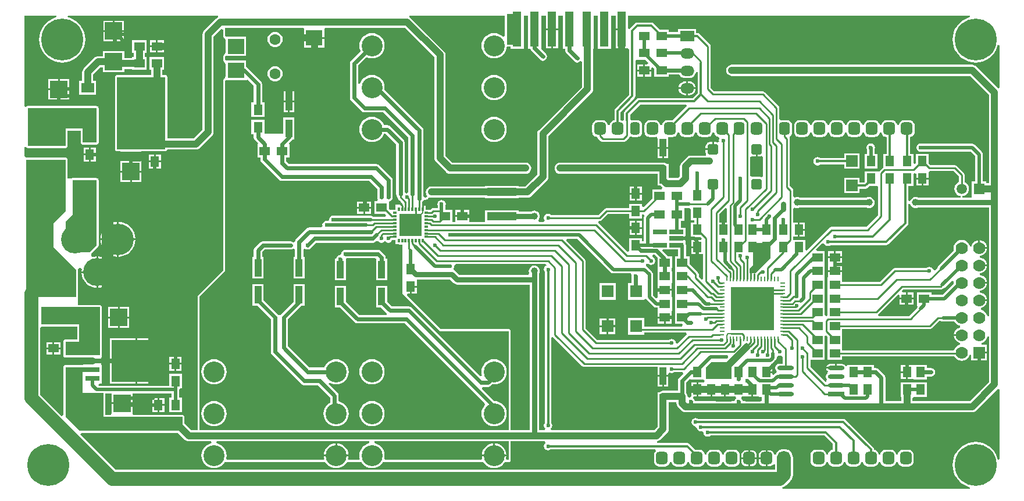
<source format=gtl>
%FSTAX24Y24*%
%MOIN*%
%SFA1B1*%

%IPPOS*%
%AMD49*
4,1,8,0.016700,0.035400,-0.016700,0.035400,-0.033400,0.018700,-0.033400,-0.018700,-0.016700,-0.035400,0.016700,-0.035400,0.033400,-0.018700,0.033400,0.018700,0.016700,0.035400,0.0*
1,1,0.033400,0.016700,0.018700*
1,1,0.033400,-0.016700,0.018700*
1,1,0.033400,-0.016700,-0.018700*
1,1,0.033400,0.016700,-0.018700*
%
%AMD50*
4,1,8,0.013700,0.035400,-0.013700,0.035400,-0.027500,0.021600,-0.027500,-0.021600,-0.013700,-0.035400,0.013700,-0.035400,0.027500,-0.021600,0.027500,0.021600,0.013700,0.035400,0.0*
1,1,0.027600,0.013700,0.021600*
1,1,0.027600,-0.013700,0.021600*
1,1,0.027600,-0.013700,-0.021600*
1,1,0.027600,0.013700,-0.021600*
%
%AMD51*
4,1,8,0.015800,0.035400,-0.015800,0.035400,-0.031500,0.019700,-0.031500,-0.019700,-0.015800,-0.035400,0.015800,-0.035400,0.031500,-0.019700,0.031500,0.019700,0.015800,0.035400,0.0*
1,1,0.031400,0.015800,0.019700*
1,1,0.031400,-0.015800,0.019700*
1,1,0.031400,-0.015800,-0.019700*
1,1,0.031400,0.015800,-0.019700*
%
%AMD57*
4,1,8,0.015800,0.031500,-0.015800,0.031500,-0.031500,0.015800,-0.031500,-0.015800,-0.015800,-0.031500,0.015800,-0.031500,0.031500,-0.015800,0.031500,0.015800,0.015800,0.031500,0.0*
1,1,0.031400,0.015800,0.015800*
1,1,0.031400,-0.015800,0.015800*
1,1,0.031400,-0.015800,-0.015800*
1,1,0.031400,0.015800,-0.015800*
%
%ADD10R,0.050000X0.060000*%
%ADD11R,0.045000X0.170000*%
%ADD12R,0.060000X0.050000*%
%ADD13R,0.094000X0.025000*%
%ADD14O,0.094000X0.025000*%
%ADD15R,0.040000X0.100000*%
%ADD16R,0.071000X0.071000*%
%ADD17R,0.011000X0.031500*%
%ADD18R,0.031500X0.011000*%
%ADD19R,0.011000X0.027600*%
%ADD20R,0.027600X0.011000*%
%ADD21R,0.250000X0.250000*%
%ADD22R,0.065000X0.065000*%
%ADD23R,0.080000X0.025000*%
%ADD24R,0.050000X0.200000*%
%ADD25R,0.094500X0.088600*%
%ADD26R,0.098400X0.098400*%
%ADD27R,0.230000X0.220000*%
%ADD28R,0.072000X0.056000*%
%ADD29R,0.098400X0.090500*%
%ADD30R,0.170000X0.045000*%
%ADD31R,0.098400X0.098400*%
%ADD32R,0.280000X0.240000*%
%ADD33R,0.080000X0.030000*%
%ADD34R,0.019700X0.011800*%
%ADD35R,0.023600X0.011800*%
%ADD36R,0.011800X0.019700*%
%ADD37R,0.011800X0.023600*%
%ADD38R,0.126000X0.126000*%
%ADD39C,0.039400*%
%ADD40C,0.019700*%
%ADD41C,0.023600*%
%ADD42C,0.009800*%
%ADD43C,0.031500*%
%ADD44C,0.011800*%
%ADD45C,0.007900*%
%ADD46C,0.027600*%
%ADD47C,0.010000*%
%ADD48C,0.078700*%
G04~CAMADD=49~8~0.0~0.0~669.0~709.0~167.0~0.0~15~0.0~0.0~0.0~0.0~0~0.0~0.0~0.0~0.0~0~0.0~0.0~0.0~0.0~669.0~709.0*
%ADD49D49*%
G04~CAMADD=50~8~0.0~0.0~551.0~709.0~138.0~0.0~15~0.0~0.0~0.0~0.0~0~0.0~0.0~0.0~0.0~0~0.0~0.0~0.0~0.0~551.0~709.0*
%ADD50D50*%
G04~CAMADD=51~8~0.0~0.0~630.0~709.0~157.0~0.0~15~0.0~0.0~0.0~0.0~0~0.0~0.0~0.0~0.0~0~0.0~0.0~0.0~0.0~630.0~709.0*
%ADD51D51*%
%ADD52C,0.240000*%
%ADD53C,0.070000*%
%ADD54R,0.070000X0.070000*%
%ADD55R,0.059100X0.059100*%
%ADD56C,0.059100*%
G04~CAMADD=57~8~0.0~0.0~630.0~630.0~157.0~0.0~15~0.0~0.0~0.0~0.0~0~0.0~0.0~0.0~0.0~0~0.0~0.0~0.0~0.0~630.0~630.0*
%ADD57D57*%
%ADD58O,0.078700X0.059100*%
%ADD59R,0.078700X0.059100*%
%ADD60C,0.120000*%
%ADD61C,0.063000*%
%ADD62C,0.160000*%
%ADD63C,0.180000*%
%ADD64C,0.039400*%
%ADD65C,0.023600*%
%LNpcb1-1*%
%LPD*%
G36*
X166955Y083768D02*
Y083137D01*
X167152*
Y083005*
X166955*
Y082169*
X1675*
X167583Y082085*
X167542Y081987*
X167373*
Y081587*
Y081187*
X167644*
Y079773*
X167553Y079735*
X167395Y079893*
Y08002*
X167382Y080085*
X167345Y08014*
X166863Y080622*
Y081077*
X166666*
Y081685*
X166649Y08177*
X166643Y081779*
Y081956*
X166625*
Y082037*
X166125*
Y082137*
X166625*
Y082218*
X166643*
Y082704*
X16637*
Y083096*
X166568*
Y083833*
X166665Y083834*
X166831*
X166856Y083839*
X166955Y083768*
G37*
G36*
X171496Y081831D02*
Y080965D01*
X17063Y080098*
X170315*
Y080374*
X170512Y080571*
Y081831*
X171496*
G37*
G36*
X132874Y081693D02*
X13248Y081299D01*
X131299*
X131102Y081496*
Y083071*
X131496Y083465*
Y085433*
X132874*
Y081693*
G37*
G36*
X182012Y079631D02*
X182Y079543D01*
X182008Y079482*
X181389Y078863*
X180741*
Y07901*
X179905*
Y078274*
X179941Y078175*
X179914Y078136*
X179902Y078077*
X179457Y077631*
X177703*
X177674Y07773*
X17768Y077734*
X178832Y078886*
X178923Y078848*
Y078692*
X179273*
Y078992*
X179066*
X179029Y079083*
X179106Y07916*
X18126*
X181325Y079173*
X18138Y07921*
X181384Y079213*
X181443Y079225*
X181514Y079273*
X181919Y079677*
X182012Y079631*
G37*
G36*
X162344Y080159D02*
X162416Y080111D01*
X1625Y080094*
X163493*
X163519Y080061*
X163554Y079996*
X163539Y079921*
Y079524*
X163344*
Y078578*
X16429*
Y078587*
X164389Y078617*
X164411Y078584*
X164805Y07819*
X164876Y078142*
X164961Y078126*
X165027*
Y078*
Y077978*
X165045Y077887*
Y077609*
X165445*
X165845*
Y077887*
X165863Y077978*
Y078*
Y078693*
Y078715*
X165845Y078805*
Y078813*
Y079084*
X165445*
X165045*
Y078805*
X165027Y078715*
X16494Y078679*
X164788Y078832*
Y08002*
X164771Y080104*
X164723Y080176*
X164428Y080471*
X164388Y080498*
X164369Y080597*
X164372Y080616*
X16439Y080638*
X164495Y080637*
X164573Y080585*
X164665Y080566*
X164758Y080585*
X164836Y080637*
X164888Y080715*
X164906Y080807*
X164888Y080899*
X164836Y080977*
X164758Y08103*
X164741Y081033*
X164727Y081058*
X164785Y081157*
X164861*
X165027Y080991*
Y080341*
Y080289*
Y079575*
Y079553*
X165045Y079462*
Y079455*
Y079184*
X165445*
X165845*
Y079462*
X165863Y079553*
Y079575*
Y080289*
Y080341*
Y081077*
X16562*
X165615Y081084*
X16532Y081379*
X165358Y081469*
X166224*
Y081077*
X166027*
Y080388*
Y080341*
Y080289*
Y0796*
Y079553*
Y079502*
Y078766*
Y078715*
Y077978*
Y077927*
Y07788*
Y077191*
X166447*
X16649Y077136*
X166447Y077041*
X16429*
Y077524*
X163344*
Y076578*
X16429*
Y076699*
X166686*
X166716Y076601*
X16671Y076597*
X166183Y07607*
X166155Y076073*
X166082Y076108*
X166069Y076175*
X166017Y076253*
X165939Y076305*
X165846Y076324*
X165754Y076305*
X165677Y076253*
X161586*
X160899Y076941*
Y080807*
X160886Y080872*
X160849Y080928*
X159805Y081972*
X159843Y082063*
X16044*
X162344Y080159*
G37*
G36*
X179548Y083995D02*
X179598Y083929D01*
X179664Y083878*
X179741Y083847*
X179823Y083836*
X179905Y083847*
X179975Y083876*
X184033*
Y077628*
X183934Y077622*
X183929Y077666*
X183881Y077779*
X183806Y077877*
X183709Y077952*
X183595Y077999*
X183569Y078003*
Y078102*
X18359Y078105*
X183699Y07815*
X183793Y078222*
X183866Y078316*
X183911Y078426*
X18392Y078493*
X183472*
Y078593*
X18392*
X183911Y078661*
X183866Y07877*
X183793Y078864*
X183699Y078936*
X18359Y078982*
X183499Y078994*
Y079093*
X18359Y079105*
X183699Y07915*
X183793Y079222*
X183866Y079316*
X183911Y079426*
X18392Y079493*
X183472*
Y079593*
X18392*
X183911Y079661*
X183866Y07977*
X183793Y079864*
X183699Y079936*
X18359Y079982*
X183499Y079994*
Y080093*
X18359Y080105*
X183699Y08015*
X183793Y080222*
X183866Y080316*
X183911Y080426*
X18392Y080493*
X183472*
Y080593*
X18392*
X183911Y080661*
X183866Y08077*
X183793Y080864*
X183699Y080936*
X18359Y080982*
X183499Y080994*
Y081093*
X18359Y081105*
X183699Y08115*
X183793Y081222*
X183866Y081316*
X183911Y081426*
X18392Y081493*
X183472*
Y081543*
X183422*
Y081991*
X183355Y081982*
X183246Y081936*
X183151Y081864*
X183079Y08177*
X183034Y081661*
X183031Y081639*
X182932*
X182929Y081666*
X182881Y081779*
X182806Y081877*
X182709Y081952*
X182595Y081999*
X182472Y082015*
X18235Y081999*
X182236Y081952*
X182139Y081877*
X182064Y081779*
X182016Y081666*
X182Y081543*
X182016Y081421*
X182023Y081406*
X181143Y080526*
X181095Y080455*
X181084Y080396*
X180944Y080256*
X180837Y080288*
X180833Y080309*
X180781Y080387*
X180702Y080439*
X18061Y080457*
X180518Y080439*
X18044Y080387*
X178642*
X178576Y080374*
X178521Y080337*
X177784Y0796*
X175623*
Y079776*
Y079797*
X175605Y079888*
Y080167*
X175205*
X174805*
Y079888*
X174787Y079797*
Y079776*
Y079061*
Y07901*
Y078321*
Y078222*
Y078175*
Y077671*
X174712Y077633*
X174623Y077683*
Y078222*
Y078274*
Y078321*
Y07901*
Y079061*
Y079108*
Y079797*
Y079848*
Y080585*
Y080683*
Y081372*
X174163*
X174125Y081463*
X174477Y081814*
X174556Y081802*
X174588Y081786*
X174633Y081719*
X174711Y081667*
X174803Y081649*
X174895Y081667*
X174958Y081709*
X17815*
X178219Y081723*
X178277Y081762*
X179368Y082853*
X179407Y082911*
X179421Y08298*
Y084054*
X179516Y084071*
X179548Y083995*
G37*
G36*
X131102Y083661D02*
X130413Y082972D01*
Y081594*
X131693Y080315*
Y07874*
X128839*
Y086614*
X131102*
Y083661*
G37*
G36*
X136811Y087205D02*
X134055D01*
Y091339*
X136811*
Y087205*
G37*
G36*
X132874Y087598D02*
X132087D01*
Y088386*
X131102*
Y087992*
Y087402*
X128937*
Y089567*
X132874*
Y087598*
G37*
G36*
X164495Y092173D02*
X164457Y092082D01*
X164314*
Y091782*
X164664*
Y091876*
X164755Y091913*
X164846Y091822*
Y091364*
X165682*
Y091491*
X166273*
X166339Y091406*
X166425Y09134*
X166526Y091298*
X166634Y091284*
X166831*
X166939Y091298*
X167039Y09134*
X167126Y091406*
X167192Y091492*
X167233Y091593*
X167241Y091647*
X167339Y091641*
Y090429*
X167051Y090141*
X163976*
X163907Y090128*
X163849Y090088*
X16316Y089399*
X163121Y089341*
X163107Y089272*
Y0889*
X163098Y088887*
X163061Y088857*
X163015Y088836*
X162983Y088849*
X162922Y088857*
Y089339*
X16371Y090128*
X16375Y090187*
X163763Y090256*
Y09231*
X163846Y092348*
X16432*
X164495Y092173*
G37*
G36*
X170759Y086788D02*
X170866D01*
X170933Y086796*
X170996Y086822*
X171089Y08677*
Y085662*
X171042Y085629*
X170991Y085609*
X170938Y085631*
X170866Y08564*
X170551*
X170479Y085631*
X170446Y085617*
X170364Y085659*
X170348Y085678*
Y086755*
X170375Y08678*
X170446Y086812*
X170484Y086796*
X170551Y086788*
X170659*
Y087205*
X170759*
Y086788*
G37*
G36*
X163411Y083235D02*
X164148D01*
Y083466*
X164246Y083471*
X164273Y083435*
X164289Y083389*
X164265Y083352*
X164248Y083268*
Y081933*
X164148*
Y082103*
X163411*
Y081359*
X163313Y081318*
X161636Y082995*
X16163Y082999*
X16166Y083097*
X161713*
X161778Y08311*
X161833Y083147*
X162169Y083483*
X163411*
Y083235*
G37*
G36*
X169022Y08381D02*
Y082987D01*
X168849*
Y082587*
X168749*
Y082987*
X168576*
Y083492*
X168931Y083848*
X169022Y08381*
G37*
G36*
X182294Y085673D02*
Y085318D01*
X182256Y085302*
X18217Y085236*
X182103Y085149*
X182062Y085049*
X182048Y084941*
X182062Y084833*
X182103Y084732*
X18217Y084646*
X182256Y08458*
X182357Y084538*
X182419Y08453*
X182413Y084432*
X179975*
X179905Y08446*
X179823Y084471*
X179741Y08446*
X179664Y084429*
X179598Y084378*
X179548Y084312*
X179516Y084236*
X179421Y084253*
Y085106*
X179699*
Y085804*
X179786Y085846*
X179867Y085793*
Y085574*
X180217*
X180567*
Y085861*
X18061Y085938*
X180653Y085951*
X182016*
X182294Y085673*
G37*
G36*
X181313Y077339D02*
X181398Y077323D01*
X182057*
X182064Y077307*
X182139Y077209*
X182236Y077134*
X18235Y077087*
X182376Y077084*
Y076985*
X182355Y076982*
X182246Y076936*
X182152Y076864*
X182079Y07677*
X182034Y076661*
X182025Y076593*
X182472*
Y076493*
X182025*
X182034Y076426*
X182079Y076316*
X182152Y076222*
X182246Y07615*
X182355Y076105*
X182376Y076102*
Y076003*
X18235Y075999*
X182236Y075952*
X182139Y075877*
X182064Y075779*
X182016Y075666*
Y075663*
X175623*
Y075886*
Y075959*
Y0766*
Y076648*
Y076699*
Y076896*
X180626*
X180691Y076909*
X180747Y076946*
X181173Y077373*
X181263*
X181313Y077339*
G37*
G36*
X15866Y080538D02*
X158656Y08053D01*
X15859Y080485*
X158537Y080407*
X158519Y080315*
X158537Y080223*
X158579Y08016*
Y071513*
X158537Y07145*
X158519Y071358*
X158537Y071266*
X15859Y071188*
X158596Y071184*
X158566Y071085*
X15825*
Y079724*
Y080065*
X158279Y080134*
X15829Y080217*
X158279Y080299*
X158248Y080375*
X158197Y080441*
X158131Y080492*
X158055Y080523*
X157972Y080534*
X15789Y080523*
X157814Y080492*
X157748Y080441*
X157697Y080375*
X157666Y080299*
X157655Y080217*
X157666Y080134*
X157679Y080101*
X157628Y080002*
X153658*
X153445Y080216*
X153387Y08026*
X153378Y080264*
X15337Y080275*
X153345Y080379*
X153372Y08042*
X15339Y080512*
X153385Y080538*
X15346Y080636*
X158622*
X15866Y080538*
G37*
G36*
X160706Y074781D02*
X160761Y074744D01*
X160827Y074731*
X165054*
Y07425*
X165354*
X165654*
Y074332*
X165753Y074385*
X165754Y074384*
X165846Y074365*
X165939Y074384*
X166016Y074436*
X166476*
X166516Y074337*
X166267Y074088*
X166214Y074009*
X166196Y073917*
Y073349*
X165354*
X165272Y073338*
X165195Y073307*
X165146Y073268*
X165036*
Y072032*
X165037*
Y071293*
X164829Y071085*
X158954*
X158924Y071184*
X15893Y071188*
X158982Y071266*
X159001Y071358*
X158982Y07145*
X15894Y071513*
Y076415*
X159013Y076446*
X159039Y076448*
X160706Y074781*
G37*
G36*
X132087Y073228D02*
X133268D01*
Y07185*
X131102*
Y074705*
X132087*
Y073228*
G37*
G36*
X153347Y079528D02*
X153404Y079484D01*
X153471Y079456*
X153543Y079446*
X157694*
Y071085*
X156616*
Y076772*
X156607Y076818*
X156581Y076857*
X156542Y076883*
X156496Y076892*
X152609*
X150677Y078824*
Y078851*
X150707Y078923*
X150836*
Y079323*
X150886*
Y079373*
X151236*
Y07966*
Y079723*
X151326Y079742*
X153133*
X153347Y079528*
G37*
G36*
X148525Y070355D02*
X148389Y070314D01*
X148264Y070247*
X148155Y070157*
X148065Y070048*
X147999Y069923*
X147958Y069788*
X147944Y069647*
X147958Y069506*
X147969Y069469*
X14791Y06939*
X147346*
X147288Y069469*
X1473Y06951*
X147309Y069597*
X14661*
X145912*
X14592Y06951*
X145933Y069469*
X145874Y06939*
X140365*
X140307Y069469*
X140318Y069506*
X140332Y069647*
X140318Y069788*
X140277Y069923*
X14021Y070048*
X14012Y070157*
X140011Y070247*
X139886Y070314*
X139751Y070355*
X139766Y07045*
X14851*
X148525Y070355*
G37*
G36*
X156496Y06939D02*
X156401D01*
X156343Y069469*
X156355Y06951*
X156364Y069597*
X155665*
X154967*
X154975Y06951*
X154988Y069469*
X154929Y06939*
X14942*
X149362Y069469*
X149373Y069506*
X149387Y069647*
X149373Y069788*
X149332Y069923*
X149265Y070048*
X149176Y070157*
X149066Y070247*
X148941Y070314*
X148806Y070355*
X148821Y07045*
X156496*
Y06939*
G37*
G36*
X137795Y07185D02*
Y071063D01*
X13189*
X131102Y07185*
X137795*
G37*
G36*
X169291Y074016D02*
X167815D01*
Y074705*
X16811Y075*
X169291*
Y074016*
G37*
G36*
X172047Y07535D02*
X1721Y07536D01*
X172198Y075298*
Y074915*
X172024*
X171929Y074896*
X171849Y074843*
X171795Y074762*
X171776Y074667*
X171795Y074572*
X171849Y074492*
X171865Y074481*
X171845Y074376*
X171819Y074371*
X171747Y074323*
X171701Y074277*
X17161Y074314*
Y074367*
X17126*
Y074467*
X17161*
Y074817*
X171624Y07491*
X171672Y074942*
X17181Y07508*
X171858Y075152*
X171874Y075236*
Y075304*
X171908Y07533*
X171973Y075365*
X172047Y07535*
G37*
G36*
X133071Y075394D02*
X131102D01*
Y076181*
X13189*
Y077165*
X129724*
Y07815*
X133071*
Y075394*
G37*
G36*
X166955Y073999D02*
D01*
X167603*
X167691*
X167704Y07397*
X16773Y073931*
X167702Y073831*
X1677Y073829*
X167662Y073817*
X167373*
Y073417*
Y073017*
X167662*
X167673*
X16776*
X167771*
X16806*
Y073417*
X16816*
Y073017*
X168449*
X16846*
X168548*
X168559*
X168848*
Y073417*
X168948*
Y073017*
X169237*
X169248*
X169335*
X169346*
X169503*
X169533Y072919*
X169515Y072907*
X169463Y072828*
X169449Y072759*
X167166*
X167152Y072828*
X167099Y072907*
X167081Y072919*
X167111Y073017*
X167273*
Y073367*
X166973*
Y073069*
X16694Y073*
X166846Y072966*
X166795Y072991*
X166755Y073022*
Y073032*
X166744Y073114*
X166712Y07319*
X166678Y073235*
Y073818*
X166887Y074027*
X166955Y073999*
G37*
G36*
X184646Y073429D02*
Y069423D01*
X184547Y069411*
X184525Y069503*
X184446Y069695*
X184337Y069872*
X184203Y070029*
X184045Y070164*
X183868Y070273*
X183676Y070352*
X183475Y0704*
X183268Y070417*
X183061Y0704*
X182859Y070352*
X182667Y070273*
X182491Y070164*
X182333Y070029*
X182198Y069872*
X18209Y069695*
X18201Y069503*
X181962Y069301*
X181946Y069094*
X181962Y068888*
X18201Y068686*
X18209Y068494*
X182198Y068317*
X182333Y06816*
X182491Y068025*
X182667Y067916*
X182859Y067837*
X182951Y067815*
X182939Y067717*
X172204*
X172181Y067808*
X172305Y06786*
X172412Y067942*
X172649Y068179*
X172731Y068286*
X172783Y06841*
X1728Y068544*
Y069486*
X172783Y06962*
X172731Y069744*
X17273Y069746*
Y069748*
X172701Y069817*
X172655Y069877*
X172596Y069923*
X172526Y069951*
X172486Y069957*
X172418Y069985*
X172284Y070002*
X172151Y069985*
X172082Y069957*
X172042Y069951*
X171973Y069923*
X171913Y069877*
X171868Y069817*
X171839Y069748*
Y069746*
X171837Y069744*
X171817Y069697*
X171716Y06971*
X171712Y069743*
X171685Y069808*
X171642Y069864*
X171586Y069907*
X171521Y069934*
X171452Y069943*
X171334*
Y069486*
Y06903*
X171452*
X171521Y069039*
X171586Y069066*
X171642Y069109*
X17167Y069144*
X171756Y069125*
X171768Y069119*
Y068823*
X133974*
X131953Y070844*
X131994Y070943*
X137557*
X137956Y070543*
X138022Y070493*
X138099Y070461*
X138181Y07045*
X139454*
X139469Y070355*
X139334Y070314*
X139209Y070247*
X1391Y070157*
X13901Y070048*
X138944Y069923*
X138903Y069788*
X138889Y069647*
X138903Y069506*
X138944Y069371*
X13901Y069246*
X1391Y069137*
X139209Y069047*
X139334Y068981*
X139469Y06894*
X13961Y068926*
X139751Y06894*
X139886Y068981*
X140011Y069047*
X14012Y069137*
X140206Y069242*
X14021Y069245*
X140214Y069249*
X140229Y069258*
X140252Y069266*
X140319Y069279*
X140334Y069276*
X140347Y069271*
X140356*
X140365Y069269*
X145874*
X145883Y069271*
X145892*
X145906Y069276*
X14592Y069279*
X14599Y069254*
X146019Y069236*
Y069235*
X1461Y069137*
X146209Y069047*
X146334Y068981*
X146469Y06894*
X14661Y068926*
X146751Y06894*
X146886Y068981*
X147011Y069047*
X14712Y069137*
X147201Y069235*
X147202Y069236*
X147231Y069254*
X1473Y069279*
X147315Y069276*
X147329Y069271*
X147337*
X147346Y069269*
X14791*
X147919Y069271*
X147928*
X147942Y069276*
X147956Y069279*
X148024Y069266*
X148047Y069258*
X148062Y069249*
X148066Y069245*
X148069Y069242*
X148155Y069137*
X148264Y069047*
X148389Y068981*
X148525Y06894*
X148665Y068926*
X148806Y06894*
X148941Y068981*
X149066Y069047*
X149176Y069137*
X149261Y069242*
X149265Y069245*
X149269Y069249*
X149284Y069258*
X149307Y069266*
X149374Y069279*
X149389Y069276*
X149403Y069271*
X149412*
X14942Y069269*
X154929*
X154938Y069271*
X154947*
X154961Y069276*
X154975Y069279*
X155045Y069254*
X155074Y069236*
Y069235*
X155155Y069137*
X155264Y069047*
X155389Y068981*
X155525Y06894*
X155665Y068926*
X155806Y06894*
X155941Y068981*
X156066Y069047*
X156176Y069137*
X156256Y069235*
X156257Y069236*
X156286Y069254*
X156355Y069279*
X15637Y069276*
X156384Y069271*
X156393*
X156401Y069269*
X156496*
X156542Y069279*
X156581Y069305*
X156607Y069344*
X156616Y06939*
Y07045*
X158566*
X158596Y070352*
X15859Y070347*
X158537Y070269*
X158519Y070177*
X158537Y070085*
X15859Y070007*
X158668Y069955*
X15876Y069936*
X158852Y069955*
X158915Y069997*
X164908*
X164941Y069898*
X164913Y069877*
X164868Y069817*
X164839Y069748*
X164829Y069673*
Y069299*
X164839Y069225*
X164868Y069155*
X164913Y069096*
X164973Y06905*
X165042Y069021*
X165117Y069011*
X165452*
X165526Y069021*
X165596Y06905*
X165655Y069096*
X165701Y069155*
X16573Y069225*
X165735Y069262*
X165834*
X165839Y069225*
X165868Y069155*
X165913Y069096*
X165973Y06905*
X166042Y069021*
X166117Y069011*
X166452*
X166526Y069021*
X166596Y06905*
X166655Y069096*
X166701Y069155*
X16673Y069225*
X166735Y069262*
X166834*
X166839Y069225*
X166868Y069155*
X166913Y069096*
X166973Y06905*
X167042Y069021*
X167117Y069011*
X167452*
X167526Y069021*
X167596Y06905*
X167655Y069096*
X167701Y069155*
X16773Y069225*
X167735Y069262*
X167834*
X167839Y069225*
X167868Y069155*
X167913Y069096*
X167973Y06905*
X168042Y069021*
X168117Y069011*
X168452*
X168526Y069021*
X168596Y06905*
X168655Y069096*
X168701Y069155*
X16873Y069225*
X168735Y069262*
X168834*
X168839Y069225*
X168868Y069155*
X168913Y069096*
X168973Y06905*
X169042Y069021*
X169117Y069011*
X169452*
X169526Y069021*
X169596Y06905*
X169655Y069096*
X169701Y069155*
X16973Y069225*
X169739Y069299*
Y069673*
X16973Y069748*
X169701Y069817*
X169655Y069877*
X169596Y069923*
X169526Y069951*
X169452Y069961*
X169117*
X169042Y069951*
X168973Y069923*
X168913Y069877*
X168868Y069817*
X168839Y069748*
X168834Y06971*
X168735*
X16873Y069748*
X168701Y069817*
X168655Y069877*
X168596Y069923*
X168526Y069951*
X168452Y069961*
X168117*
X168042Y069951*
X167973Y069923*
X167913Y069877*
X167868Y069817*
X167839Y069748*
X167834Y06971*
X167735*
X16773Y069748*
X167701Y069817*
X167655Y069877*
X167596Y069923*
X167526Y069951*
X167452Y069961*
X167204*
X16686Y070305*
X166801Y070344*
X166732Y070358*
X165014*
X165008Y070456*
X165043Y070461*
X165119Y070493*
X165185Y070543*
X165579Y070937*
X165629Y071003*
X165661Y071079*
X165672Y071161*
Y072032*
Y072714*
X166119*
Y072638*
X16613Y072556*
X166162Y072479*
X166212Y072413*
X166409Y072216*
X166475Y072166*
X166552Y072134*
X166634Y072123*
X183071*
X183153Y072134*
X18323Y072166*
X183295Y072216*
X184547Y073468*
X184646Y073429*
G37*
G36*
X174787Y076456D02*
Y075959D01*
Y075886*
Y075813*
Y075124*
X175623*
Y075322*
X182058*
X182064Y075307*
X182139Y075209*
X182236Y075134*
X18235Y075087*
X182472Y075071*
X182595Y075087*
X182709Y075134*
X182806Y075209*
X182881Y075307*
X182929Y075421*
X183022Y075402*
Y075093*
X183422*
Y075543*
X183472*
Y075593*
X183922*
Y075993*
X183614*
X183595Y076087*
X183709Y076134*
X183806Y076209*
X183881Y076307*
X183929Y076421*
X183934Y076465*
X184033Y076459*
Y073852*
X182939Y072759*
X179648*
Y072922*
X179699Y072999*
X17975*
X180486*
Y073835*
X17975*
X179699*
X178963*
Y072999*
X179013*
Y072759*
X178095*
Y074114*
X178077Y074206*
X178025Y074284*
X177721Y074588*
X177643Y07464*
X177551Y074658*
X177435*
Y074835*
X176699*
X176648*
X175911*
Y074791*
X175813Y074774*
X175776Y07483*
X175702Y074879*
X175614Y074897*
X175319*
Y074667*
X175269*
Y074617*
X174704*
X174712Y07458*
X174762Y074505*
X174795Y074483*
X174796Y074481*
X174792Y074371*
X174749Y074343*
X174695Y074262*
X174676Y074167*
X174695Y074072*
X174749Y073992*
X174722Y073894*
X174675Y073855*
X174657Y073858*
X173793Y074722*
Y075124*
X174623*
Y075813*
Y07586*
Y075911*
Y076492*
X174714Y076529*
X174787Y076456*
G37*
G36*
X170522Y073017D02*
X170822D01*
X170892Y072999*
X170913*
X171019*
Y072759*
X169921*
X169908Y072828*
X169855Y072907*
X169837Y072919*
X169867Y073017*
X170027*
X170035*
X170122*
X170131*
X170422*
Y073417*
X170522*
Y073017*
G37*
G36*
X159624Y092976D02*
X159751D01*
Y092862*
X15977Y09277*
X159822Y092692*
X160263Y092251*
X160341Y092199*
X160433Y09218*
X160525Y092199*
X160603Y092251*
X160608Y092257*
X160706Y092227*
Y090781*
X15824Y088315*
X158189Y088249*
X158158Y088173*
X158147Y088091*
Y085762*
X157458Y085073*
X15707*
Y085098*
X155134*
Y085073*
X152067*
X151985Y085062*
X151908Y08503*
X151842Y08498*
X151792Y084914*
X15176Y084837*
X151749Y084755*
X15176Y084673*
X151792Y084596*
X151829Y084547*
X151812Y084486*
X151787Y084449*
X151772*
X151766Y084443*
X151717Y084433*
X151619Y084495*
Y088287*
X1516Y08838*
X151548Y088458*
X149375Y090631*
X149387Y090748*
X149373Y090889*
X149332Y091024*
X149265Y091149*
X149176Y091258*
X149066Y091348*
X148941Y091415*
X148806Y091456*
X148665Y09147*
X148525Y091456*
X148389Y091415*
X148264Y091348*
X148155Y091258*
X148065Y091149*
X147999Y091024*
X147977Y090953*
X147879Y090967*
Y092021*
X148357Y092499*
X148389Y092481*
X148525Y09244*
X148665Y092426*
X148806Y09244*
X148941Y092481*
X149066Y092548*
X149176Y092638*
X149265Y092747*
X149332Y092872*
X149373Y093007*
X149387Y093148*
X149373Y093289*
X149332Y093424*
X149265Y093549*
X149176Y093658*
X149066Y093748*
X148941Y093815*
X148806Y093856*
X148665Y09387*
X148525Y093856*
X148389Y093815*
X148264Y093748*
X148155Y093658*
X148065Y093549*
X147999Y093424*
X147958Y093289*
X147944Y093148*
X147958Y093007*
X147999Y092872*
X148016Y092839*
X147467Y092291*
X147415Y092213*
X147397Y09212*
Y090157*
X147415Y090065*
X147467Y089987*
X148058Y089397*
X148136Y089344*
X148228Y089326*
X14931*
X150743Y087892*
Y085039*
Y084734*
X150689Y08469*
X150635Y084679*
X15055Y084732*
X150536Y084749*
Y087598*
X150518Y087691*
X150466Y087769*
X149716Y088518*
X149638Y088571*
X149546Y088589*
X149343*
X149332Y088624*
X149265Y088749*
X149176Y088858*
X149066Y088948*
X148941Y089015*
X148806Y089056*
X148665Y08907*
X148525Y089056*
X148389Y089015*
X148264Y088948*
X148155Y088858*
X148065Y088749*
X147999Y088624*
X147958Y088489*
X147944Y088348*
X147958Y088207*
X147999Y088072*
X148065Y087947*
X148155Y087838*
X148264Y087748*
X148389Y087681*
X148525Y08764*
X148665Y087626*
X148806Y08764*
X148941Y087681*
X149066Y087748*
X149176Y087838*
X149265Y087947*
X149332Y088072*
X149343Y088107*
X149446*
X150054Y087499*
Y084646*
X150073Y084553*
X150125Y084476*
Y084449*
X150138Y084384*
X150175Y084328*
X150396Y084107*
X150397Y084101*
X150348Y084016*
X15002*
Y08374*
X149744*
X149724Y083732*
X149639Y083797*
Y084214*
X149698Y084226*
X149777Y084279*
X149829Y084357*
X149847Y084449*
Y085433*
X149829Y085525*
X149777Y085603*
X149088Y086292*
X149009Y086345*
X148917Y086363*
X143899*
X143753Y086509*
Y086738*
X14393*
Y087474*
X143897Y087553*
X144068Y087723*
X144106Y08778*
X144216*
Y089016*
X14358*
Y088091*
X142494*
Y088894*
X141758*
Y088058*
X141885*
Y087894*
X141903Y087802*
X141956Y087723*
X142126Y087553*
X142094Y087474*
Y086738*
X142271*
Y086622*
X142289Y08653*
X142342Y086452*
X143334Y08546*
X143412Y085407*
X143504Y085389*
X148522*
X148972Y08494*
Y084449*
X14899Y084357*
X149011Y084325*
X148959Y084226*
X148802*
Y08349*
X14942*
X149467Y083432*
X149427Y08334*
X148756*
X148707Y083373*
X148622Y08339*
X146551*
X146549Y083392*
X146457Y08341*
X146365Y083392*
X146286Y08334*
X146234Y083261*
X146216Y083169*
X146205Y083156*
X146129Y083102*
X146063Y083115*
X145971Y083097*
X145893Y083044*
X14584Y082966*
X145822Y082874*
X145833Y08282*
X145772Y082721*
X145079*
X144987Y082703*
X144908Y082651*
X144318Y08206*
X144266Y081982*
X144252Y081912*
X144205Y081885*
X144196Y081882*
X144149Y081875*
X144088Y081915*
X143996Y081934*
X142421*
X142329Y081915*
X142251Y081863*
X141956Y081568*
X141903Y08149*
X141885Y081398*
Y081019*
X141808*
Y079783*
X142444*
Y081019*
X142367*
Y081298*
X142521Y081452*
X143996*
X144088Y08147*
X144149Y081511*
X144213Y081491*
X144247Y081467*
Y081019*
X14417*
Y079783*
X144806*
Y081019*
X144729*
Y081467*
X144764Y081491*
X144827Y081511*
X144888Y08147*
X14498Y081452*
X145072Y08147*
X145151Y081523*
X145474Y081846*
X14872*
X148813Y081864*
X148891Y081916*
X148911Y081936*
X149037Y081924*
X149042Y081916*
X14912Y081864*
X149213Y081846*
X149305Y081864*
X149383Y081916*
X149431*
X149509Y081864*
X149601Y081846*
X149694Y081864*
X149772Y081916*
X149824Y081994*
X149827Y082008*
X15002*
Y081752*
X150217*
Y081732*
X150394*
Y078937*
X150591Y07874*
X152559Y076772*
X156496*
Y071085*
X13878*
Y078346*
Y07874*
X140256Y080217*
Y082579*
Y084611*
Y091081*
X140276Y091171*
X140354*
X141457*
X141529Y091201*
X141885Y090845*
Y089894*
X141758*
Y089058*
X142494*
Y089894*
X142367*
Y090945*
X142348Y091037*
X142296Y091115*
X141509Y091903*
X141457Y091937*
Y092293*
X140354*
X140276*
X140256Y092384*
Y092459*
X140276Y092549*
X140354*
X141457*
Y093671*
X140354*
X140276*
X140256Y093762*
Y094171*
X144702*
X144782Y094126*
Y094072*
Y093633*
X145927*
Y094072*
Y094126*
X146007Y094171*
X150557*
X152241Y092487*
Y086713*
X152252Y08663*
X152284Y086554*
X152334Y086488*
X152925Y085897*
X152991Y085847*
X153067Y085815*
X15315Y085804*
X15748*
X157563Y085815*
X157639Y085847*
X157705Y085897*
X157755Y085963*
X157787Y08604*
X157798Y086122*
X157787Y086204*
X157755Y086281*
X157705Y086347*
X157639Y086397*
X157563Y086429*
X15748Y08644*
X153281*
X152877Y086844*
Y092618*
X152866Y0927*
X152834Y092777*
X152784Y092843*
X150914Y094713*
X150848Y094763*
X150799Y094783*
X150819Y094882*
X156277*
Y094688*
Y094685*
Y094682*
Y094098*
Y094094*
Y094091*
Y09369*
X156179Y093654*
X156176Y093658*
X156066Y093748*
X155941Y093815*
X155806Y093856*
X155665Y09387*
X155525Y093856*
X155389Y093815*
X155264Y093748*
X155155Y093658*
X155065Y093549*
X154999Y093424*
X154958Y093289*
X154944Y093148*
X154958Y093007*
X154999Y092872*
X155065Y092747*
X155155Y092638*
X155264Y092548*
X155389Y092481*
X155525Y09244*
X155665Y092426*
X155806Y09244*
X155941Y092481*
X156066Y092548*
X156176Y092638*
X156265Y092747*
X156332Y092872*
X156373Y093007*
X15638Y093075*
X156398Y093088*
X156624*
Y092976*
X15736*
Y094882*
X157624*
Y092976*
X157754*
X15777Y0929*
X157822Y092822*
X158294Y092349*
X158372Y092297*
X158465Y092279*
X158557Y092297*
X158635Y092349*
X158687Y092428*
X158705Y09252*
X158687Y092612*
X158635Y09269*
X158419Y092906*
X15836Y092976*
Y094882*
X158642*
Y094144*
X158992*
X159342*
Y094882*
X159624*
Y092976*
G37*
G36*
X15689Y093209D02*
X156398D01*
Y09498*
X15689*
Y093209*
G37*
G36*
X182951Y094783D02*
X182859Y094761D01*
X182667Y094682*
X182491Y094574*
X182333Y094439*
X182198Y094281*
X18209Y094104*
X18201Y093913*
X181962Y093711*
X181946Y093504*
X181962Y093297*
X18201Y093095*
X18209Y092904*
X182198Y092727*
X182333Y092569*
X182491Y092434*
X182667Y092326*
X182859Y092246*
X183061Y092198*
X183268Y092182*
X183475Y092198*
X183676Y092246*
X183868Y092326*
X184045Y092434*
X184203Y092569*
X184337Y092727*
X184446Y092904*
X184525Y093095*
X184547Y093187*
X184646Y093176*
Y090744*
X184547Y090705*
X183295Y091957*
X18323Y092007*
X183153Y092039*
X183071Y09205*
X169291*
X169209Y092039*
X169132Y092007*
X169067Y091957*
X169016Y091891*
X168984Y091814*
X168974Y091732*
X168984Y09165*
X169016Y091573*
X169067Y091508*
X169132Y091457*
X169209Y091425*
X169291Y091415*
X182939*
X184033Y090321*
Y085259*
X183878*
Y085354*
X183685*
Y086909*
X183669Y086994*
X183621Y087066*
X183227Y087459*
X183155Y087507*
X183071Y087524*
X180213*
X18021Y087526*
X180118Y087544*
X180026Y087526*
X179948Y087473*
X179896Y087395*
X179877Y087303*
X179896Y087211*
X179948Y087133*
X180026Y087081*
X180118Y087062*
X18021Y087081*
X180213Y087082*
X182979*
X183244Y086818*
Y085354*
X183051*
Y084528*
X183045Y084432*
X182516*
X18251Y08453*
X182572Y084538*
X182673Y08458*
X182759Y084646*
X182826Y084732*
X182867Y084833*
X182882Y084941*
X182867Y085049*
X182826Y085149*
X182759Y085236*
X182673Y085302*
X182635Y085318*
Y085744*
X182622Y085809*
X182585Y085865*
X182207Y086243*
X182152Y08628*
X182087Y086293*
X180689*
X180585Y086397*
Y086942*
X179848*
Y086408*
X179792Y086362*
X179699Y086403*
Y086942*
X179511*
Y087913*
X179558Y087919*
X179627Y087948*
X179687Y087993*
X179732Y088053*
X179761Y088122*
X179771Y088197*
Y088571*
X179761Y088645*
X179732Y088715*
X179687Y088774*
X179627Y08882*
X179558Y088849*
X179483Y088859*
X179148*
X179074Y088849*
X179004Y08882*
X178945Y088774*
X178899Y088715*
X17887Y088645*
X178865Y088608*
X178766*
X178761Y088645*
X178732Y088715*
X178687Y088774*
X178627Y08882*
X178558Y088849*
X178483Y088859*
X178148*
X178074Y088849*
X178004Y08882*
X177945Y088774*
X177899Y088715*
X17787Y088645*
X177865Y088608*
X177766*
X177761Y088645*
X177732Y088715*
X177687Y088774*
X177627Y08882*
X177558Y088849*
X177483Y088859*
X177148*
X177074Y088849*
X177004Y08882*
X176945Y088774*
X176899Y088715*
X17687Y088645*
X176865Y088608*
X176766*
X176761Y088645*
X176732Y088715*
X176687Y088774*
X176627Y08882*
X176558Y088849*
X176483Y088859*
X176148*
X176074Y088849*
X176004Y08882*
X175945Y088774*
X175899Y088715*
X17587Y088645*
X175865Y088608*
X175766*
X175761Y088645*
X175732Y088715*
X175687Y088774*
X175627Y08882*
X175558Y088849*
X175483Y088859*
X175148*
X175074Y088849*
X175004Y08882*
X174945Y088774*
X174899Y088715*
X17487Y088645*
X174865Y088608*
X174766*
X174761Y088645*
X174732Y088715*
X174687Y088774*
X174627Y08882*
X174558Y088849*
X174483Y088859*
X174148*
X174074Y088849*
X174004Y08882*
X173945Y088774*
X173899Y088715*
X17387Y088645*
X173865Y088608*
X173766*
X173761Y088645*
X173732Y088715*
X173687Y088774*
X173627Y08882*
X173558Y088849*
X173483Y088859*
X173148*
X173074Y088849*
X173004Y08882*
X172945Y088774*
X172899Y088715*
X17287Y088645*
X172861Y088571*
Y088197*
X17287Y088122*
X172899Y088053*
X172945Y087993*
X173004Y087948*
X173074Y087919*
X173148Y087909*
X173483*
X173558Y087919*
X173627Y087948*
X173687Y087993*
X173732Y088053*
X173761Y088122*
X173766Y08816*
X173865*
X17387Y088122*
X173899Y088053*
X173945Y087993*
X174004Y087948*
X174074Y087919*
X174148Y087909*
X174483*
X174558Y087919*
X174627Y087948*
X174687Y087993*
X174732Y088053*
X174761Y088122*
X174766Y08816*
X174865*
X17487Y088122*
X174899Y088053*
X174945Y087993*
X175004Y087948*
X175074Y087919*
X175148Y087909*
X175483*
X175558Y087919*
X175627Y087948*
X175687Y087993*
X175732Y088053*
X175761Y088122*
X175766Y08816*
X175865*
X17587Y088122*
X175899Y088053*
X175945Y087993*
X176004Y087948*
X176074Y087919*
X176148Y087909*
X176483*
X176558Y087919*
X176627Y087948*
X176687Y087993*
X176732Y088053*
X176761Y088122*
X176766Y08816*
X176865*
X17687Y088122*
X176899Y088053*
X176945Y087993*
X177004Y087948*
X177074Y087919*
X177148Y087909*
X177483*
X177558Y087919*
X177627Y087948*
X177687Y087993*
X177732Y088053*
X177761Y088122*
X177766Y08816*
X177865*
X17787Y088122*
X177899Y088053*
X177945Y087993*
X178004Y087948*
X178074Y087919*
X178148Y087909*
X178166*
Y086942*
X177978*
Y086176*
X177931Y086144*
X177734Y085947*
X17773Y085942*
X177632*
X177614*
X176896*
Y08532*
X176883Y085307*
X176624*
Y08557*
X175738*
Y084684*
X176624*
Y084946*
X176957*
X177027Y08496*
X177085Y084999*
X177192Y085106*
X177585*
X177632*
X177684Y085029*
Y083437*
X176996Y082749*
X175*
X174935Y082736*
X174879Y082699*
X173589Y081409*
X173498Y081447*
Y082005*
X172816*
Y082187*
X17308*
Y082587*
Y082987*
X172816*
Y083806*
X172915Y083861*
X172949Y083847*
X173032Y083836*
X173114Y083847*
X173183Y083876*
X177013*
X177083Y083847*
X177165Y083836*
X177248Y083847*
X177324Y083878*
X17739Y083929*
X17744Y083995*
X177472Y084071*
X177483Y084154*
X177472Y084236*
X17744Y084312*
X17739Y084378*
X177324Y084429*
X177248Y08446*
X177165Y084471*
X177083Y08446*
X177013Y084432*
X173183*
X173114Y08446*
X173032Y084471*
X172949Y08446*
X172915Y084446*
X172816Y084501*
Y084835*
X172803Y0849*
X172766Y084955*
X172612Y08511*
Y087795*
X172599Y087861*
X172612Y087946*
X17267Y08799*
X172714Y088048*
X172742Y088115*
X172751Y088187*
Y088581*
X172742Y088653*
X172714Y08872*
X17267Y088777*
X172612Y088821*
X172545Y088849*
X172473Y088859*
X172158*
X172119Y088854*
X172021Y088916*
Y089567*
X172008Y089632*
X171971Y089688*
X171184Y090475*
X171128Y090512*
X171063Y090525*
X168279*
X168084Y09072*
Y09311*
X168071Y093176*
X168034Y093231*
X167479Y093786*
X167451Y093829*
X167392Y093868*
X167323Y093881*
X167244*
Y094114*
X16622*
Y093922*
X165682*
Y094069*
X165151*
X164801Y094419*
X164742Y094458*
X164673Y094472*
X163878*
X163809Y094458*
X16375Y094419*
X163455Y094124*
X163441Y094102*
X163342Y094132*
Y094882*
X182939*
X182951Y094783*
G37*
G36*
X13985D02*
X139802Y094763D01*
X139736Y094713*
X139047Y094024*
X138997Y093958*
X138965Y093881*
X138954Y093799*
Y088321*
X138459Y087826*
X136931*
Y091339*
X136922Y091385*
X136896Y091424*
X136857Y09145*
X136811Y091459*
X136644*
Y091758*
X136745*
Y092494*
X135909*
Y091758*
X136009*
Y091459*
X134055*
X134009Y09145*
X13397Y091424*
X133944Y091385*
X133935Y091339*
Y087205*
X133944Y087159*
X13397Y08712*
X134009Y087093*
X134055Y087084*
X134232*
Y087081*
X135453*
Y087084*
X136811*
X136857Y087093*
X136896Y08712*
X136922Y087159*
X136929Y08719*
X138591*
X138673Y087201*
X138749Y087233*
X138815Y087283*
X139496Y087964*
X139547Y08803*
X139579Y088107*
X139589Y088189*
Y093668*
X140037Y094115*
X140135Y094075*
Y093762*
X140138Y093749*
Y093736*
X140158Y093646*
X140162Y093636*
X140164Y093625*
X140172Y093614*
X140177Y093603*
X140184Y093595*
X14019Y093586*
X140201Y093579*
X140211Y09357*
X140221Y093566*
X14023Y09356*
X140242Y093557*
X140254Y093553*
X140276Y093458*
Y092762*
X140254Y092668*
X140242Y092663*
X14023Y09266*
X140221Y092654*
X140211Y092651*
X140201Y092642*
X14019Y092634*
X140184Y092625*
X140177Y092618*
X140172Y092606*
X140164Y092595*
X140162Y092585*
X140158Y092575*
X140138Y092485*
Y092472*
X140135Y092459*
Y092384*
X140138Y092371*
Y092358*
X140158Y092268*
X140162Y092258*
X140164Y092247*
X140172Y092236*
X140177Y092225*
X140184Y092217*
X14019Y092208*
X140201Y092201*
X140211Y092192*
X140221Y092188*
X14023Y092182*
X140242Y09218*
X140254Y092175*
X140276Y09208*
Y091384*
X140254Y09129*
X140242Y091285*
X14023Y091283*
X140221Y091277*
X140211Y091273*
X140201Y091264*
X14019Y091256*
X140184Y091247*
X140177Y09124*
X140172Y091228*
X140164Y091217*
X140162Y091207*
X140158Y091197*
X140138Y091107*
Y091094*
X140135Y091081*
Y084744*
Y084611*
Y082711*
Y082579*
Y080266*
X138694Y078825*
X138668Y078786*
X138659Y07874*
Y078346*
Y071085*
X138313*
X137916Y071482*
Y07185*
X137907Y071896*
X13788Y071936*
X137841Y071962*
X137795Y071971*
X134994*
X134937Y072046*
Y072588*
X133752*
Y072069*
X133696Y071971*
X133388*
Y073204*
X133752*
Y072688*
X134937*
Y073204*
X137181*
Y072965*
X137033*
Y072129*
X13777*
Y072965*
X137622*
Y073425*
X137688Y073491*
X13777*
Y074328*
X137033*
Y073646*
X133019*
X132991Y073683*
X133041Y073782*
X133167*
Y074282*
Y074818*
X133149*
Y075*
X132649*
X132149*
Y074913*
X132087Y074825*
X131102*
X131056Y074816*
X131017Y07479*
X130991Y074751*
X130982Y074705*
Y071954*
X130884Y071913*
X12965Y073147*
Y076964*
X129724Y077045*
X131769*
Y076302*
X131102*
X131056Y076292*
X131017Y076266*
X130991Y076227*
X130982Y076181*
Y075394*
X130991Y075348*
X131017Y075309*
X131056Y075282*
X131102Y075273*
X132149*
Y0751*
X132649*
X133149*
Y075282*
X133167*
Y075325*
X133182Y075348*
X133191Y075394*
Y07815*
X133182Y078196*
X133156Y078235*
X133117Y078261*
X133071Y07827*
X131813*
Y07874*
Y080315*
X131873Y080405*
X131886Y080413*
X131979*
X132002Y080382*
X132035Y080315*
X132025Y080207*
X132874*
Y081057*
X132748Y081044*
X132658Y081017*
X132579Y081076*
Y081227*
X132959Y081608*
X132985Y081647*
X132994Y081693*
Y085433*
X132985Y085479*
X132959Y085518*
X13292Y085544*
X132874Y085553*
X131496*
X13145Y085544*
X131431Y085532*
X131223*
Y086614*
X131214Y08666*
X131188Y086699*
X131148Y086725*
X131102Y086735*
X128839*
X128749Y086794*
X12874Y086808*
Y08732*
X128839Y087336*
X128852Y087316*
X128891Y08729*
X128937Y087281*
X131102*
X131148Y08729*
X131188Y087316*
X131214Y087355*
X131223Y087402*
Y087992*
Y088265*
X131966*
Y087598*
X131975Y087552*
X132001Y087513*
X132041Y087487*
X132087Y087478*
X132874*
X13292Y087487*
X132959Y087513*
X132985Y087552*
X132994Y087598*
Y089567*
X132985Y089613*
X132959Y089652*
X13292Y089678*
X132874Y089687*
X128937*
X128891Y089678*
X128852Y089652*
X128839Y089632*
X12874Y089649*
Y094882*
X130577*
X130589Y094783*
X130497Y094761*
X130305Y094682*
X130128Y094574*
X129971Y094439*
X129836Y094281*
X129727Y094104*
X129648Y093913*
X1296Y093711*
X129583Y093504*
X1296Y093297*
X129648Y093095*
X129727Y092904*
X129836Y092727*
X129971Y092569*
X130128Y092434*
X130305Y092326*
X130497Y092246*
X130699Y092198*
X130906Y092182*
X131112Y092198*
X131314Y092246*
X131506Y092326*
X131683Y092434*
X13184Y092569*
X131975Y092727*
X132084Y092904*
X132163Y093095*
X132211Y093297*
X132228Y093504*
X132211Y093711*
X132163Y093913*
X132084Y094104*
X131975Y094281*
X13184Y094439*
X131683Y094574*
X131506Y094682*
X131314Y094761*
X131222Y094783*
X131234Y094882*
X139831*
X13985Y094783*
G37*
G36*
X162642Y094144D02*
X162992D01*
Y094094*
X163042*
Y092994*
X163342*
X163402Y092921*
Y090331*
X162613Y089542*
X162574Y089483*
X16256Y089414*
Y088857*
X162499Y088849*
X16243Y08882*
X16237Y088774*
X162324Y088715*
X162296Y088645*
X162291Y088608*
X162191*
X162186Y088645*
X162158Y088715*
X162112Y088774*
X162052Y08882*
X161983Y088849*
X161908Y088859*
X161574*
X161499Y088849*
X16143Y08882*
X16137Y088774*
X161324Y088715*
X161296Y088645*
X161286Y088571*
Y088197*
X161296Y088122*
X161324Y088053*
X16137Y087993*
X16143Y087948*
X161499Y087919*
X161574Y087909*
X161581*
X161583Y087898*
X16162Y087843*
X161789Y087675*
X161844Y087638*
X161909Y087625*
X163091*
X163156Y087638*
X163211Y087675*
X163408Y087871*
X163458Y087926*
X163536Y087918*
X163603Y087909*
X163879*
X163946Y087918*
X164008Y087944*
X164061Y087985*
X164102Y088038*
X164128Y088101*
X164137Y088167*
Y0886*
X164128Y088667*
X164102Y088729*
X164061Y088783*
X164008Y088824*
X163946Y08885*
X163879Y088859*
X163603*
X163563Y088853*
X163549Y088857*
X163498Y088894*
X163468Y088928*
Y089197*
X164051Y08978*
X166671*
X166702Y089707*
X166704Y089682*
X165881Y088859*
X165574*
X165499Y088849*
X16543Y08882*
X16537Y088774*
X165324Y088715*
X165296Y088645*
X165291Y088608*
X165191*
X165186Y088645*
X165158Y088715*
X165112Y088774*
X165052Y08882*
X164983Y088849*
X164908Y088859*
X164574*
X164499Y088849*
X16443Y08882*
X16437Y088774*
X164324Y088715*
X164296Y088645*
X164286Y088571*
Y088197*
X164296Y088122*
X164324Y088053*
X16437Y087993*
X16443Y087948*
X164499Y087919*
X164574Y087909*
X164908*
X164967Y087917*
X165019Y08788*
X165054Y087842*
Y087341*
X165354*
X165654*
Y087811*
Y087891*
X165745Y087909*
X165908*
X165983Y087919*
X166052Y087948*
X166112Y087993*
X166158Y088053*
X166186Y088122*
X166191Y08816*
X166291*
X166296Y088122*
X166324Y088053*
X16637Y087993*
X16643Y087948*
X166499Y087919*
X166574Y087909*
X166908*
X166983Y087919*
X167052Y087948*
X167112Y087993*
X167158Y088053*
X167186Y088122*
X167191Y08816*
X167291*
X167296Y088122*
X167324Y088053*
X16737Y087993*
X16743Y087948*
X167499Y087919*
X167574Y087909*
X167908*
X167983Y087919*
X168052Y087948*
X168112Y087993*
X168158Y088053*
X168186Y088122*
X168191Y08816*
X168291*
X168296Y088122*
X168324Y088053*
X16837Y087993*
X16843Y087948*
X168499Y087919*
X168541Y087913*
X168585Y087842*
X168591Y087811*
X168577Y087789*
X168558Y087697*
X168566Y087657*
X168531Y087623*
X168478Y087594*
X168433Y087613*
X168366Y087622*
X168259*
Y087205*
X168209*
Y087155*
X167791*
Y087047*
X1678Y08698*
X16782Y086932*
X1678Y086881*
X167767Y086833*
X166929*
X166847Y086823*
X16677Y086791*
X166705Y08674*
X166409Y086445*
X166359Y086379*
X166327Y086303*
X166316Y08622*
Y085663*
X166207Y085554*
X165683*
X165672Y085564*
Y086359*
X165563*
X165513Y086397*
X165437Y086429*
X165354Y08644*
X159449*
X159367Y086429*
X15929Y086397*
X159224Y086347*
X159174Y086281*
X159142Y086204*
X159131Y086122*
X159142Y08604*
X159174Y085963*
X159224Y085897*
X15929Y085847*
X159367Y085815*
X159449Y085804*
X165036*
Y085123*
X165215*
X165324Y085014*
Y085005*
X16529Y084915*
X164732*
Y08437*
X164246Y083885*
X164148Y083926*
Y084072*
X163411*
Y083824*
X162098*
X162033Y083811*
X161978Y083774*
X161642Y083438*
X15893*
X158852Y08349*
X15876Y083509*
X158668Y08349*
X15859Y083438*
X158537Y08336*
X158519Y083268*
X158537Y083176*
X158559Y083143*
X158506Y083045*
X158232*
X158199Y083136*
X158198Y083143*
X158248Y083207*
X158279Y083284*
X15829Y083366*
X158279Y083448*
X158248Y083525*
X158197Y083591*
X158131Y083641*
X158055Y083673*
X157972Y083684*
X15789Y083673*
X15782Y083644*
X15707*
Y083698*
X155134*
Y083045*
X154246*
Y083316*
X153846*
X153446*
Y083045*
X153265*
Y083734*
X152878*
Y08396*
X15288Y083963*
X152898Y084055*
X15288Y084147*
X152828Y084225*
X15275Y084278*
X152657Y084296*
X152565Y084278*
X152487Y084225*
X152435Y084147*
X152417Y084055*
X152435Y083963*
X152437Y08396*
Y083832*
X152165*
X1521Y083819*
X152045Y083782*
X152003Y08374*
X151734*
Y083978*
X151555*
Y084016*
X151549*
Y084181*
X1516Y084258*
X151621Y084277*
X151684Y08431*
X151698Y084315*
X151719*
X151741*
X15179Y084325*
X1518Y08433*
X151805Y084331*
X15181*
X151821Y084335*
X151833Y084338*
X151843Y084344*
X151853Y084348*
X151862Y084357*
X151872Y084364*
X151879Y084373*
X151887Y084381*
X151912Y084419*
X15192Y084437*
X151928Y084454*
X151948Y084463*
X151985Y084448*
X152067Y084437*
X155134*
Y084412*
X15707*
Y084437*
X15759*
X157672Y084448*
X157749Y08448*
X157814Y08453*
X158689Y085405*
X15874Y085471*
X158771Y085548*
X158782Y08563*
Y087959*
X161248Y090425*
X161299Y090491*
X16133Y090567*
X161341Y09065*
Y092717*
Y092976*
X16136*
Y094882*
X161624*
Y092976*
X16236*
Y094882*
X162642*
Y094144*
G37*
%LNpcb1-2*%
%LPC*%
G36*
X167273Y081987D02*
X166973D01*
Y081637*
X167273*
Y081987*
G37*
G36*
Y081537D02*
X166973D01*
Y081187*
X167273*
Y081537*
G37*
G36*
X179723Y078592D02*
X179373D01*
Y078292*
X179723*
Y078592*
G37*
G36*
X179273D02*
X178923D01*
Y078292*
X179273*
Y078592*
G37*
G36*
X179723Y078992D02*
X179373D01*
Y078692*
X179723*
Y078992*
G37*
G36*
X165395Y077509D02*
X165045D01*
Y077209*
X165395*
Y077509*
G37*
G36*
X165845D02*
X165495D01*
Y077209*
X165845*
Y077509*
G37*
G36*
X16264Y079524D02*
X161694D01*
Y078578*
X16264*
Y079524*
G37*
G36*
X162622Y077506D02*
X162217D01*
Y077101*
X162622*
Y077506*
G37*
G36*
X162117Y077001D02*
X161712D01*
Y076596*
X162117*
Y077001*
G37*
G36*
X162622D02*
X162217D01*
Y076596*
X162622*
Y077001*
G37*
G36*
X162117Y077506D02*
X161712D01*
Y077101*
X162117*
Y077506*
G37*
G36*
X175155Y081354D02*
X174805D01*
Y081054*
X175155*
Y081354*
G37*
G36*
X175605D02*
X175255D01*
Y081054*
X175605*
Y081354*
G37*
G36*
X183522Y081991D02*
Y081593D01*
X18392*
X183911Y081661*
X183866Y08177*
X183793Y081864*
X183699Y081936*
X18359Y081982*
X183522Y081991*
G37*
G36*
X175605Y080954D02*
X175205D01*
X174805*
Y080665*
Y080654*
Y080567*
Y080556*
Y080267*
X175205*
X175605*
Y080556*
Y080567*
Y080654*
Y080665*
Y080954*
G37*
G36*
X166682Y091099D02*
X166634D01*
X166531Y091086*
X166435Y091046*
X166352Y090983*
X166289Y0909*
X166249Y090804*
X166242Y090751*
X166682*
Y091099*
G37*
G36*
Y090651D02*
X166242D01*
X166249Y090598*
X166289Y090501*
X166352Y090419*
X166435Y090356*
X166531Y090316*
X166634Y090302*
X166682*
Y090651*
G37*
G36*
X167223D02*
X166782D01*
Y090302*
X166831*
X166934Y090316*
X16703Y090356*
X167113Y090419*
X167176Y090501*
X167216Y090598*
X167223Y090651*
G37*
G36*
X164214Y091682D02*
X163864D01*
Y091382*
X164214*
Y091682*
G37*
G36*
X164664D02*
X164314D01*
Y091382*
X164664*
Y091682*
G37*
G36*
X164214Y092082D02*
X163864D01*
Y091782*
X164214*
Y092082*
G37*
G36*
X166831Y091099D02*
X166782D01*
Y090751*
X167223*
X167216Y090804*
X167176Y0909*
X167113Y090983*
X16703Y091046*
X166934Y091086*
X166831Y091099*
G37*
G36*
X16373Y083085D02*
X16343D01*
Y082735*
X16373*
Y083085*
G37*
G36*
X16413D02*
X16383D01*
Y082735*
X16413*
Y083085*
G37*
G36*
Y082635D02*
X16383D01*
Y082285*
X16413*
Y082635*
G37*
G36*
X16373D02*
X16343D01*
Y082285*
X16373*
Y082635*
G37*
G36*
X180167Y085474D02*
X179867D01*
Y085124*
X180167*
Y085474*
G37*
G36*
X180567D02*
X180267D01*
Y085124*
X180567*
Y085474*
G37*
G36*
X165304Y07415D02*
X165054D01*
Y0736*
X165304*
Y07415*
G37*
G36*
X165654D02*
X165404D01*
Y0736*
X165654*
Y07415*
G37*
G36*
X151236Y079273D02*
X150936D01*
Y078923*
X151236*
Y079273*
G37*
G36*
X14656Y070346D02*
X146473Y070337D01*
X146341Y070297*
X146219Y070232*
X146113Y070145*
X146025Y070038*
X14596Y069916*
X14592Y069784*
X145912Y069697*
X14656*
Y070346*
G37*
G36*
X14666D02*
Y069697D01*
X147309*
X1473Y069784*
X14726Y069916*
X147195Y070038*
X147108Y070145*
X147001Y070232*
X146879Y070297*
X146747Y070337*
X14666Y070346*
G37*
G36*
X155715D02*
Y069697D01*
X156364*
X156355Y069784*
X156315Y069916*
X15625Y070038*
X156163Y070145*
X156056Y070232*
X155935Y070297*
X155803Y070337*
X155715Y070346*
G37*
G36*
X155615D02*
X155528Y070337D01*
X155396Y070297*
X155275Y070232*
X155168Y070145*
X155081Y070038*
X155016Y069916*
X154975Y069784*
X154967Y069697*
X155615*
Y070346*
G37*
G36*
X167273Y073817D02*
X166973D01*
Y073467*
X167273*
Y073817*
G37*
G36*
X167224Y071796D02*
X167132Y071778D01*
X167054Y071725*
X167002Y071647*
X166984Y071555*
X167002Y071463*
X167054Y071385*
X167132Y071333*
X167191Y071321*
X167247Y071282*
X167286Y071226*
X167297Y071168*
X167349Y07109*
X167428Y071037*
X16752Y071019*
X167586Y071032*
X167662Y070978*
X167673Y070965*
X167691Y070872*
X167743Y070794*
X167821Y070742*
X167913Y070724*
X168006Y070742*
X168068Y070784*
X174603*
X17508Y070307*
Y069959*
X175019Y069951*
X174949Y069923*
X17489Y069877*
X174844Y069817*
X174815Y069748*
X17481Y06971*
X174711*
X174706Y069748*
X174677Y069817*
X174632Y069877*
X174572Y069923*
X174502Y069951*
X174428Y069961*
X174093*
X174019Y069951*
X173949Y069923*
X17389Y069877*
X173844Y069817*
X173815Y069748*
X173805Y069673*
Y069299*
X173815Y069225*
X173844Y069155*
X17389Y069096*
X173949Y06905*
X174019Y069021*
X174093Y069011*
X174428*
X174502Y069021*
X174572Y06905*
X174632Y069096*
X174677Y069155*
X174706Y069225*
X174711Y069262*
X17481*
X174815Y069225*
X174844Y069155*
X17489Y069096*
X174949Y06905*
X175019Y069021*
X175093Y069011*
X175428*
X175502Y069021*
X175572Y06905*
X175632Y069096*
X175677Y069155*
X175706Y069225*
X175711Y069262*
X17581*
X175815Y069225*
X175844Y069155*
X17589Y069096*
X175949Y06905*
X176019Y069021*
X176093Y069011*
X176428*
X176502Y069021*
X176572Y06905*
X176632Y069096*
X176677Y069155*
X176706Y069225*
X176711Y069262*
X17681*
X176815Y069225*
X176844Y069155*
X17689Y069096*
X176949Y06905*
X177019Y069021*
X177093Y069011*
X177428*
X177502Y069021*
X177572Y06905*
X177632Y069096*
X177677Y069155*
X177706Y069225*
X177711Y069262*
X17781*
X177815Y069225*
X177844Y069155*
X17789Y069096*
X177949Y06905*
X178019Y069021*
X178093Y069011*
X178428*
X178502Y069021*
X178572Y06905*
X178632Y069096*
X178677Y069155*
X178706Y069225*
X178711Y069262*
X17881*
X178815Y069225*
X178844Y069155*
X17889Y069096*
X178949Y06905*
X179019Y069021*
X179093Y069011*
X179428*
X179502Y069021*
X179572Y06905*
X179632Y069096*
X179677Y069155*
X179706Y069225*
X179716Y069299*
Y069673*
X179706Y069748*
X179677Y069817*
X179632Y069877*
X179572Y069923*
X179502Y069951*
X179428Y069961*
X179093*
X179019Y069951*
X178949Y069923*
X17889Y069877*
X178844Y069817*
X178815Y069748*
X17881Y06971*
X178711*
X178706Y069748*
X178677Y069817*
X178632Y069877*
X178572Y069923*
X178502Y069951*
X178428Y069961*
X178093*
X178019Y069951*
X177949Y069923*
X17789Y069877*
X177844Y069817*
X177815Y069748*
X17781Y06971*
X177711*
X177706Y069748*
X177677Y069817*
X177632Y069877*
X177572Y069923*
X177502Y069951*
X177441Y069959*
Y069983*
X177428Y070053*
X177388Y070111*
X175817Y071683*
X175758Y071722*
X175689Y071736*
X167379*
X167317Y071778*
X167224Y071796*
G37*
G36*
X171234Y069436D02*
X170847D01*
Y069299*
X170856Y069229*
X170883Y069164*
X170926Y069109*
X170982Y069066*
X171047Y069039*
X171117Y06903*
X171234*
Y069436*
G37*
G36*
X170234D02*
X169847D01*
Y069299*
X169856Y069229*
X169883Y069164*
X169926Y069109*
X169982Y069066*
X170047Y069039*
X170117Y06903*
X170234*
Y069436*
G37*
G36*
X170721D02*
X170334D01*
Y06903*
X170452*
X170521Y069039*
X170586Y069066*
X170642Y069109*
X170685Y069164*
X170712Y069229*
X170721Y069299*
Y069436*
G37*
G36*
X171234Y069943D02*
X171117D01*
X171047Y069934*
X170982Y069907*
X170926Y069864*
X170883Y069808*
X170856Y069743*
X170847Y069673*
Y069536*
X171234*
Y069943*
G37*
G36*
X170234D02*
X170117D01*
X170047Y069934*
X169982Y069907*
X169926Y069864*
X169883Y069808*
X169856Y069743*
X169847Y069673*
Y069536*
X170234*
Y069943*
G37*
G36*
X170452D02*
X170334D01*
Y069536*
X170721*
Y069673*
X170712Y069743*
X170685Y069808*
X170642Y069864*
X170586Y069907*
X170521Y069934*
X170452Y069943*
G37*
G36*
X183922Y075493D02*
X183522D01*
Y075093*
X183922*
Y075493*
G37*
G36*
X17975Y074835D02*
X179659Y074817D01*
X179381*
Y074417*
Y074017*
X179659*
X17975Y073999*
X179772*
X180486*
Y074176*
X180669*
X180709Y074169*
X180801Y074187*
X180879Y074239*
X180931Y074317*
X18095Y074409*
X180949Y074413*
X18095Y074417*
X180931Y074509*
X180879Y074588*
X180801Y07464*
X180709Y074658*
X180486*
Y074835*
X179772*
X17975*
G37*
G36*
X179281Y074367D02*
X178981D01*
Y074017*
X179281*
Y074367*
G37*
G36*
Y074817D02*
X178981D01*
Y074467*
X179281*
Y074817*
G37*
G36*
X175219Y074897D02*
X174924D01*
X174836Y074879*
X174762Y07483*
X174712Y074755*
X174704Y074717*
X175219*
Y074897*
G37*
G36*
X158942Y094044D02*
X158642D01*
Y092994*
X158942*
Y094044*
G37*
G36*
X159342D02*
X159042D01*
Y092994*
X159342*
Y094044*
G37*
G36*
X148665Y072769D02*
X148525Y072755D01*
X148389Y072714*
X148264Y072647*
X148155Y072557*
X148065Y072448*
X147999Y072323*
X147958Y072188*
X147944Y072047*
X147958Y071906*
X147999Y071771*
X148065Y071646*
X148155Y071537*
X148264Y071447*
X148389Y071381*
X148525Y07134*
X148665Y071326*
X148806Y07134*
X148941Y071381*
X149066Y071447*
X149176Y071537*
X149265Y071646*
X149332Y071771*
X149373Y071906*
X149387Y072047*
X149373Y072188*
X149332Y072323*
X149265Y072448*
X149176Y072557*
X149066Y072647*
X148941Y072714*
X148806Y072755*
X148665Y072769*
G37*
G36*
X13961D02*
X139469Y072755D01*
X139334Y072714*
X139209Y072647*
X1391Y072557*
X13901Y072448*
X138944Y072323*
X138903Y072188*
X138889Y072047*
X138903Y071906*
X138944Y071771*
X13901Y071646*
X1391Y071537*
X139209Y071447*
X139334Y071381*
X139469Y07134*
X13961Y071326*
X139751Y07134*
X139886Y071381*
X140011Y071447*
X14012Y071537*
X14021Y071646*
X140277Y071771*
X140318Y071906*
X140332Y072047*
X140318Y072188*
X140277Y072323*
X14021Y072448*
X14012Y072557*
X140011Y072647*
X139886Y072714*
X139751Y072755*
X13961Y072769*
G37*
G36*
Y075169D02*
X139469Y075155D01*
X139334Y075114*
X139209Y075047*
X1391Y074957*
X13901Y074848*
X138944Y074723*
X138903Y074588*
X138889Y074447*
X138903Y074306*
X138944Y074171*
X13901Y074046*
X1391Y073937*
X139209Y073847*
X139334Y073781*
X139469Y07374*
X13961Y073726*
X139751Y07374*
X139886Y073781*
X140011Y073847*
X14012Y073937*
X14021Y074046*
X140277Y074171*
X140318Y074306*
X140332Y074447*
X140318Y074588*
X140277Y074723*
X14021Y074848*
X14012Y074957*
X140011Y075047*
X139886Y075114*
X139751Y075155*
X13961Y075169*
G37*
G36*
X142444Y079469D02*
X141808D01*
Y078233*
X142096*
X142869Y077459*
Y075591*
X142888Y075498*
X14294Y07542*
X144613Y073747*
X144691Y073695*
X144783Y073676*
X14557*
X146265Y072981*
Y072677*
X146209Y072647*
X1461Y072557*
X14601Y072448*
X145944Y072323*
X145903Y072188*
X145889Y072047*
X145903Y071906*
X145944Y071771*
X14601Y071646*
X1461Y071537*
X146209Y071447*
X146334Y071381*
X146469Y07134*
X14661Y071326*
X146751Y07134*
X146886Y071381*
X147011Y071447*
X14712Y071537*
X14721Y071646*
X147277Y071771*
X147318Y071906*
X147332Y072047*
X147318Y072188*
X147277Y072323*
X14721Y072448*
X14712Y072557*
X147011Y072647*
X146886Y072714*
X146751Y072755*
X146747*
Y073081*
X146728Y073173*
X146676Y073251*
X146171Y073756*
X14623Y073836*
X146334Y073781*
X146469Y07374*
X14661Y073726*
X146751Y07374*
X146886Y073781*
X147011Y073847*
X14712Y073937*
X14721Y074046*
X147277Y074171*
X147318Y074306*
X147332Y074447*
X147318Y074588*
X147277Y074723*
X14721Y074848*
X14712Y074957*
X147011Y075047*
X146886Y075114*
X146751Y075155*
X14661Y075169*
X146469Y075155*
X146334Y075114*
X146209Y075047*
X1461Y074957*
X14601Y074848*
X145944Y074723*
X145933Y074688*
X14508*
X143843Y075925*
Y077459*
X144617Y078233*
X144806*
Y079469*
X14417*
Y078467*
X143432Y077729*
X143415Y077704*
X143298*
X143281Y077729*
X142444Y078566*
Y079469*
G37*
G36*
X148665Y075169D02*
X148525Y075155D01*
X148389Y075114*
X148264Y075047*
X148155Y074957*
X148065Y074848*
X147999Y074723*
X147958Y074588*
X147944Y074447*
X147958Y074306*
X147999Y074171*
X148065Y074046*
X148155Y073937*
X148264Y073847*
X148389Y073781*
X148525Y07374*
X148665Y073726*
X148806Y07374*
X148941Y073781*
X149066Y073847*
X149176Y073937*
X149265Y074046*
X149332Y074171*
X149373Y074306*
X149387Y074447*
X149373Y074588*
X149332Y074723*
X149265Y074848*
X149176Y074957*
X149066Y075047*
X148941Y075114*
X148806Y075155*
X148665Y075169*
G37*
G36*
X147169Y079371D02*
X146532D01*
Y078134*
X14682*
X147664Y07729*
X147742Y077238*
X147835Y07722*
X150546*
X155158Y072608*
X155155Y072557*
X155065Y072448*
X154999Y072323*
X154958Y072188*
X154944Y072047*
X154958Y071906*
X154999Y071771*
X155065Y071646*
X155155Y071537*
X155264Y071447*
X155389Y071381*
X155525Y07134*
X155665Y071326*
X155806Y07134*
X155941Y071381*
X156066Y071447*
X156176Y071537*
X156265Y071646*
X156332Y071771*
X156373Y071906*
X156387Y072047*
X156373Y072188*
X156332Y072323*
X156265Y072448*
X156176Y072557*
X156066Y072647*
X155941Y072714*
X155806Y072755*
X155679Y072767*
X154967Y07348*
X155008Y073578*
X155315*
X155407Y073596*
X155485Y073649*
X155572Y073735*
X155665Y073726*
X155806Y07374*
X155941Y073781*
X156066Y073847*
X156176Y073937*
X156265Y074046*
X156332Y074171*
X156373Y074306*
X156387Y074447*
X156373Y074588*
X156332Y074723*
X156265Y074848*
X156176Y074957*
X156066Y075047*
X155941Y075114*
X155806Y075155*
X155665Y075169*
X155525Y075155*
X155389Y075114*
X155264Y075047*
X155155Y074957*
X155065Y074848*
X154999Y074723*
X154958Y074588*
X154944Y074447*
X154958Y074306*
X154977Y074243*
X15489Y074191*
X150958Y078123*
X15088Y078175*
X150787Y078194*
X149804*
X149531Y078467*
Y079371*
X148894*
Y078134*
X149182*
X149517Y0778*
X1495Y077732*
X149479Y077701*
X147934*
X147169Y078467*
Y079371*
G37*
G36*
X145927Y093533D02*
X145404D01*
Y09304*
X145927*
Y093533*
G37*
G36*
X145304D02*
X144782D01*
Y09304*
X145304*
Y093533*
G37*
G36*
X14311Y093941D02*
X142997Y093926D01*
X142892Y093882*
X142801Y093813*
X142732Y093722*
X142688Y093617*
X142673Y093504*
X142688Y093391*
X142732Y093286*
X142801Y093195*
X142892Y093126*
X142997Y093082*
X14311Y093067*
X143223Y093082*
X143329Y093126*
X143419Y093195*
X143489Y093286*
X143532Y093391*
X143547Y093504*
X143532Y093617*
X143489Y093722*
X143419Y093813*
X143329Y093882*
X143223Y093926*
X14311Y093941*
G37*
G36*
X143848Y090548D02*
X143598D01*
Y089998*
X143848*
Y090548*
G37*
G36*
X144198D02*
X143948D01*
Y089998*
X144198*
Y090548*
G37*
G36*
X143848Y089898D02*
X143598D01*
Y089348*
X143848*
Y089898*
G37*
G36*
X144198D02*
X143948D01*
Y089348*
X144198*
Y089898*
G37*
G36*
X155665Y09147D02*
X155525Y091456D01*
X155389Y091415*
X155264Y091348*
X155155Y091258*
X155065Y091149*
X154999Y091024*
X154958Y090889*
X154944Y090748*
X154958Y090607*
X154999Y090472*
X155065Y090347*
X155155Y090238*
X155264Y090148*
X155389Y090081*
X155525Y09004*
X155665Y090026*
X155806Y09004*
X155941Y090081*
X156066Y090148*
X156176Y090238*
X156265Y090347*
X156332Y090472*
X156373Y090607*
X156387Y090748*
X156373Y090889*
X156332Y091024*
X156265Y091149*
X156176Y091258*
X156066Y091348*
X155941Y091415*
X155806Y091456*
X155665Y09147*
G37*
G36*
Y08907D02*
X155525Y089056D01*
X155389Y089015*
X155264Y088948*
X155155Y088858*
X155065Y088749*
X154999Y088624*
X154958Y088489*
X154944Y088348*
X154958Y088207*
X154999Y088072*
X155065Y087947*
X155155Y087838*
X155264Y087748*
X155389Y087681*
X155525Y08764*
X155665Y087626*
X155806Y08764*
X155941Y087681*
X156066Y087748*
X156176Y087838*
X156265Y087947*
X156332Y088072*
X156373Y088207*
X156387Y088348*
X156373Y088489*
X156332Y088624*
X156265Y088749*
X156176Y088858*
X156066Y088948*
X155941Y089015*
X155806Y089056*
X155665Y08907*
G37*
G36*
X149016Y081442D02*
X147146D01*
X147053Y081423*
X146975Y081371*
X146923Y081293*
X146912Y081235*
X146873Y081179*
X146817Y08114*
X146758Y081128*
X14668Y081076*
X146628Y080998*
X146613Y080921*
X146532*
Y079684*
X147169*
Y080921*
X147251Y08096*
X148812*
X148894Y080921*
Y079684*
X149531*
Y080921*
X149453*
Y081004*
X149435Y081096*
X149383Y081174*
X149186Y081371*
X149108Y081423*
X149016Y081442*
G37*
G36*
X14817Y084208D02*
X14782D01*
Y083908*
X14817*
Y084208*
G37*
G36*
X14862D02*
X14827D01*
Y083908*
X14862*
Y084208*
G37*
G36*
X14817Y083808D02*
X14782D01*
Y083508*
X14817*
Y083808*
G37*
G36*
X14862D02*
X14827D01*
Y083508*
X14862*
Y083808*
G37*
G36*
X14311Y091972D02*
X142997Y091957D01*
X142892Y091914*
X142801Y091844*
X142732Y091754*
X142688Y091648*
X142673Y091535*
X142688Y091422*
X142732Y091317*
X142801Y091227*
X142892Y091157*
X142997Y091114*
X14311Y091099*
X143223Y091114*
X143329Y091157*
X143419Y091227*
X143489Y091317*
X143532Y091422*
X143547Y091535*
X143532Y091648*
X143489Y091754*
X143419Y091844*
X143329Y091914*
X143223Y091957*
X14311Y091972*
G37*
G36*
X177256Y087544D02*
X177164Y087526D01*
X177086Y087473*
X177033Y087395*
X177015Y087303*
X177033Y087211*
X177043Y087197*
Y086942*
X176896*
Y086106*
X177632*
Y086942*
X177485*
Y087242*
X177497Y087303*
X177478Y087395*
X177426Y087473*
X177348Y087526*
X177256Y087544*
G37*
G36*
X176624Y08697D02*
X175738D01*
Y086696*
X174367*
X174305Y086738*
X174213Y086757*
X17412Y086738*
X174042Y086686*
X17399Y086608*
X173972Y086516*
X17399Y086424*
X174042Y086345*
X17412Y086293*
X174213Y086275*
X174305Y086293*
X174367Y086335*
X175738*
Y086084*
X176624*
Y08697*
G37*
G36*
X17348Y082987D02*
X17318D01*
Y082637*
X17348*
Y082987*
G37*
G36*
Y082537D02*
X17318D01*
Y082187*
X17348*
Y082537*
G37*
G36*
X135827Y07635D02*
X135199D01*
Y0751*
X135827*
Y07635*
G37*
G36*
X135099D02*
X133649D01*
Y0751*
X135099*
Y07635*
G37*
G36*
X130806Y075737D02*
X130456D01*
Y075437*
X130806*
Y075737*
G37*
G36*
X130356D02*
X130006D01*
Y075437*
X130356*
Y075737*
G37*
G36*
X137752Y075309D02*
X137452D01*
Y074959*
X137752*
Y075309*
G37*
G36*
X137352D02*
X137052D01*
Y074959*
X137352*
Y075309*
G37*
G36*
Y074859D02*
X137052D01*
Y074509*
X137352*
Y074859*
G37*
G36*
X137752D02*
X137452D01*
Y074509*
X137752*
Y074859*
G37*
G36*
X134098Y078151D02*
X133556D01*
Y077609*
X134098*
Y078151*
G37*
G36*
X13474D02*
X134198D01*
Y077609*
X13474*
Y078151*
G37*
G36*
X136277Y09306D02*
X135927D01*
Y09276*
X136277*
Y09306*
G37*
G36*
X130356Y076137D02*
X130006D01*
Y075837*
X130356*
Y076137*
G37*
G36*
X130806D02*
X130456D01*
Y075837*
X130806*
Y076137*
G37*
G36*
X136727Y09306D02*
X136377D01*
Y09276*
X136727*
Y09306*
G37*
G36*
X134098Y077509D02*
X133556D01*
Y076967*
X134098*
Y077509*
G37*
G36*
X13474D02*
X134198D01*
Y076967*
X13474*
Y077509*
G37*
G36*
X133808Y094582D02*
X133266D01*
Y09404*
X133808*
Y094582*
G37*
G36*
X13445Y09394D02*
X133908D01*
Y093398*
X13445*
Y09394*
G37*
G36*
X133808D02*
X133266D01*
Y093398*
X133808*
Y09394*
G37*
G36*
X13445Y094582D02*
X133908D01*
Y09404*
X13445*
Y094582*
G37*
G36*
X136727Y09346D02*
X136377D01*
Y09316*
X136727*
Y09346*
G37*
G36*
X135099Y075D02*
X133649D01*
Y07375*
X135099*
Y075*
G37*
G36*
X135827D02*
X135199D01*
Y07375*
X135827*
Y075*
G37*
G36*
X136767Y072497D02*
X136467D01*
Y072147*
X136767*
Y072497*
G37*
G36*
X136367Y072947D02*
X136067D01*
Y072597*
X136367*
Y072947*
G37*
G36*
X136277Y09346D02*
X135927D01*
Y09316*
X136277*
Y09346*
G37*
G36*
X136367Y072497D02*
X136067D01*
Y072147*
X136367*
Y072497*
G37*
G36*
X136767Y072947D02*
X136467D01*
Y072597*
X136767*
Y072947*
G37*
G36*
X13617Y086458D02*
X13587D01*
Y086108*
X13617*
Y086458*
G37*
G36*
X13657D02*
X13627D01*
Y086108*
X13657*
Y086458*
G37*
G36*
X135435Y086523D02*
X134893D01*
Y085981*
X135435*
Y086523*
G37*
G36*
X13617Y086908D02*
X13587D01*
Y086558*
X13617*
Y086908*
G37*
G36*
X13657D02*
X13627D01*
Y086558*
X13657*
Y086908*
G37*
G36*
X13243Y086852D02*
X13213D01*
Y086502*
X13243*
Y086852*
G37*
G36*
X13283D02*
X13253D01*
Y086502*
X13283*
Y086852*
G37*
G36*
X134793Y086523D02*
X13425D01*
Y085981*
X134793*
Y086523*
G37*
G36*
X135435Y085881D02*
X134893D01*
Y085339*
X135435*
Y085881*
G37*
G36*
X134793D02*
X13425D01*
Y085339*
X134793*
Y085881*
G37*
G36*
X131301Y090594D02*
X130759D01*
Y090052*
X131301*
Y090594*
G37*
G36*
X130659D02*
X130117D01*
Y090052*
X130659*
Y090594*
G37*
G36*
X13243Y087302D02*
X13213D01*
Y086952*
X13243*
Y087302*
G37*
G36*
X13283D02*
X13253D01*
Y086952*
X13283*
Y087302*
G37*
G36*
X130659Y091236D02*
X130117D01*
Y090694*
X130659*
Y091236*
G37*
G36*
X131301D02*
X130759D01*
Y090694*
X131301*
Y091236*
G37*
G36*
X134054Y081997D02*
X133858D01*
Y081077*
X133908Y081062*
X134054Y081047*
Y081997*
G37*
G36*
X135104D02*
X134154D01*
Y081047*
X1343Y081062*
X134489Y081119*
X134662Y081212*
X134815Y081337*
X13494Y081489*
X135032Y081663*
X13509Y081851*
X135104Y081997*
G37*
G36*
X132874Y080107D02*
X132025D01*
X132037Y079981*
X132088Y079811*
X132172Y079655*
X132285Y079518*
X132422Y079405*
X132578Y079322*
X132748Y07927*
X132874Y079258*
Y080107*
G37*
G36*
X133169D02*
X132974D01*
Y079258*
X1331Y07927*
X133169Y079291*
Y080107*
G37*
G36*
X135745Y093478D02*
X134909D01*
Y092742*
X135009*
Y092494*
X134909*
Y092444*
X134468*
Y09284*
X133248*
Y092548*
X132978*
X132896Y092537*
X132819Y092505*
X132754Y092455*
X132144Y091845*
X132093Y091779*
X132061Y091702*
X132051Y09162*
Y091139*
X13189*
Y090343*
X132846*
Y091139*
X132686*
Y091489*
X13311Y091913*
X133248*
Y09162*
X134468*
Y091808*
X134909*
Y091758*
X135745*
Y092494*
X135644*
Y092742*
X135745*
Y093478*
G37*
G36*
X132974Y081057D02*
Y080207D01*
X133169*
Y081023*
X1331Y081044*
X132974Y081057*
G37*
G36*
X133169Y081997D02*
X133104D01*
X133118Y081851*
X133169Y081684*
Y081997*
G37*
G36*
X134054Y083047D02*
X133908Y083033D01*
X133858Y083018*
Y082097*
X134054*
Y083047*
G37*
G36*
X134154D02*
Y082097D01*
X135104*
X13509Y082243*
X135032Y082432*
X13494Y082606*
X134815Y082758*
X134662Y082883*
X134489Y082976*
X1343Y083033*
X134154Y083047*
G37*
G36*
X133169Y082411D02*
X133118Y082243D01*
X133104Y082097*
X133169*
Y082411*
G37*
G36*
X162942Y094044D02*
X162642D01*
Y092994*
X162942*
Y094044*
G37*
G36*
X16413Y085054D02*
X16383D01*
Y084704*
X16413*
Y085054*
G37*
G36*
Y084604D02*
X16383D01*
Y084254*
X16413*
Y084604*
G37*
G36*
X16373Y085054D02*
X16343D01*
Y084704*
X16373*
Y085054*
G37*
G36*
X165304Y087241D02*
X165054D01*
Y086691*
X165304*
Y087241*
G37*
G36*
X165654D02*
X165404D01*
Y086691*
X165654*
Y087241*
G37*
G36*
X168159Y087622D02*
X168051D01*
X167984Y087613*
X167921Y087587*
X167868Y087546*
X167826Y087492*
X1678Y087429*
X167791Y087362*
Y087255*
X168159*
Y087622*
G37*
G36*
X16373Y084604D02*
X16343D01*
Y084254*
X16373*
Y084604*
G37*
G36*
X153796Y083716D02*
X153446D01*
Y083416*
X153796*
Y083716*
G37*
G36*
X154246D02*
X153896D01*
Y083416*
X154246*
Y083716*
G37*
%LNpcb1-3*%
%LPD*%
G54D10*
X13622Y087508D03*
Y086508D03*
X150886Y080323D03*
Y079323D03*
X180118Y074417D03*
Y073417D03*
X179331Y074417D03*
Y073417D03*
X177067D03*
Y074417D03*
X17628Y073417D03*
Y074417D03*
X17126Y073417D03*
Y074417D03*
X170472Y073417D03*
Y074417D03*
X169685D03*
Y073417D03*
X168898D03*
Y074417D03*
X16811Y073417D03*
Y074417D03*
X167323Y073417D03*
Y074417D03*
X168799Y082587D03*
Y081587D03*
X169685D03*
Y082587D03*
X170472Y081587D03*
Y082587D03*
X17126D03*
Y081587D03*
X172244D03*
Y082587D03*
X17313Y081587D03*
Y082587D03*
X180217Y085524D03*
Y086524D03*
X179331D03*
Y085524D03*
X178346Y086524D03*
Y085524D03*
X177264D03*
Y086524D03*
X167323Y081587D03*
Y082587D03*
Y083555D03*
Y084555D03*
X16378Y082685D03*
Y081685D03*
Y083654D03*
Y084654D03*
X142126Y089476D03*
Y088476D03*
X13248Y087902D03*
Y086902D03*
X137402Y072547D03*
Y071547D03*
X136417D03*
Y072547D03*
X137402Y074909D03*
Y073909D03*
G54D11*
X140562Y083661D03*
X139162D03*
G54D12*
X179323Y078642D03*
X180323D03*
X165445Y077559D03*
X166445D03*
Y078346D03*
X165445D03*
X166445Y079134D03*
X165445D03*
X166445Y079921D03*
X165445D03*
X166445Y080709D03*
X165445D03*
X175205Y075492D03*
X174205D03*
X175205Y07628D03*
X174205D03*
X175205Y077067D03*
X174205D03*
X175205Y077854D03*
X174205D03*
X175205Y078642D03*
X174205D03*
X175205Y079429D03*
X174205D03*
X175205Y080217D03*
X174205D03*
X175205Y081004D03*
X174205D03*
X16615Y083465D03*
X16515D03*
X16615Y084547D03*
X16515D03*
X165264Y091732D03*
X164264D03*
X165264Y092717D03*
X164264D03*
X165264Y093701D03*
X164264D03*
X142512Y087106D03*
X143512D03*
X135327Y092126D03*
X136327D03*
Y09311D03*
X135327D03*
X131406Y075787D03*
X130406D03*
X14822Y083858D03*
X14922D03*
X152846Y083366D03*
X153846D03*
G54D13*
X175269Y073167D03*
G54D14*
X175269Y073667D03*
Y074167D03*
Y074667D03*
X172369D03*
Y074167D03*
Y073667D03*
Y073167D03*
G54D15*
X165354Y0742D03*
Y07265D03*
Y087291D03*
Y085741D03*
X143898Y088398D03*
Y089948D03*
X142126Y078851D03*
Y080401D03*
X144488Y078851D03*
Y080401D03*
X14685Y080303D03*
Y078753D03*
X149213Y080303D03*
Y078753D03*
G54D16*
X162167Y079051D03*
Y077051D03*
X163817D03*
Y079051D03*
G54D17*
X168996Y076321D03*
X169193D03*
X16939D03*
X169587D03*
X169783D03*
X16998D03*
X170177D03*
X170374D03*
X170571D03*
X170768D03*
X170965D03*
X171161D03*
X171358D03*
X171555D03*
X171752D03*
X171949D03*
Y079781D03*
X171752D03*
X171555D03*
X171358D03*
X171161D03*
X170965D03*
X170768D03*
X170571D03*
X170374D03*
X170177D03*
X16998D03*
X169783D03*
X169587D03*
X16939D03*
X169193D03*
G54D18*
X172244Y076575D03*
X172202Y076772D03*
Y076968D03*
Y077165D03*
Y077362D03*
Y077559D03*
Y077756D03*
Y077953D03*
Y07815D03*
Y078346D03*
Y078543D03*
Y07874D03*
Y078937D03*
Y079134D03*
Y079331D03*
Y079528D03*
X168742D03*
Y079331D03*
Y079134D03*
Y078937D03*
Y07874D03*
Y078543D03*
Y078346D03*
Y07815D03*
Y077953D03*
Y077756D03*
Y077559D03*
Y077362D03*
Y077165D03*
Y076968D03*
Y076772D03*
G54D19*
X168996Y079803D03*
G54D20*
X168701Y076575D03*
G54D21*
X170472Y078051D03*
G54D22*
X176181Y086527D03*
Y085127D03*
G54D23*
X166125Y081713D03*
Y082087D03*
Y082461D03*
X165175D03*
Y081713D03*
G54D24*
X162992Y094094D03*
X161992D03*
X160992D03*
X159992D03*
X158992D03*
X157992D03*
X156992D03*
G54D25*
X145354Y093583D03*
X140866Y091732D03*
Y09311D03*
G54D26*
X133858Y09399D03*
Y09223D03*
X130709Y090644D03*
Y088884D03*
X134843Y085931D03*
Y087691D03*
G54D27*
X135348Y089861D03*
G54D28*
X132368Y088941D03*
Y090741D03*
G54D29*
X132149Y084853D03*
X130449Y084833D03*
G54D30*
X13002Y087708D03*
Y086308D03*
X130709Y077646D03*
Y079046D03*
X156102Y083355D03*
Y084755D03*
G54D31*
X134148Y077559D03*
X132388D03*
X134345Y072638D03*
X132585D03*
G54D32*
X135149Y07505D03*
G54D33*
X132649Y07405D03*
Y07455D03*
Y07555D03*
Y07605D03*
Y07505D03*
G54D34*
X151791Y083563D03*
Y082185D03*
X14998D03*
G54D35*
X151791Y083366D03*
Y083169D03*
Y082972D03*
Y082776D03*
Y082579D03*
Y082382D03*
X14998D03*
Y082579D03*
Y082776D03*
Y082972D03*
Y083169D03*
Y083366D03*
Y083563D03*
G54D36*
X151575Y081968D03*
X150197D03*
X151575Y08378D03*
G54D37*
X151378Y081968D03*
X151181D03*
X150984D03*
X150787D03*
X150591D03*
X150394D03*
X150197Y08378D03*
X150394D03*
X150591D03*
X150787D03*
X150984D03*
X151181D03*
X151378D03*
G54D38*
X150886Y082874D03*
G54D39*
X154035Y080315D02*
X155512D01*
X162992Y09252D02*
Y094094D01*
X156594Y094685D02*
X156988D01*
X156992Y094681*
Y094094D02*
Y094681D01*
X136327Y09311D02*
X137205D01*
X161024Y092717D02*
Y094063D01*
X160992Y094094D02*
X161024Y094063D01*
X158465Y088091D02*
X161024Y09065D01*
Y092717*
X174114Y074705D02*
Y074803D01*
Y074705D02*
X174409Y074409D01*
X16811Y073417D02*
X170472D01*
X167323D02*
X16811D01*
X166937D02*
X167323D01*
X143898Y089764D02*
Y093012D01*
X144468Y093583D02*
X145354D01*
X143898Y093012D02*
X144468Y093583D01*
X145374Y092717D02*
Y093563D01*
Y092224D02*
Y092717D01*
X145354Y093583D02*
X145374Y093563D01*
X139961Y094488D02*
X150689D01*
X13622Y087508D02*
X138591D01*
X139272Y093799D02*
X139961Y094488D01*
X139272Y088189D02*
Y093799D01*
X138591Y087508D02*
X139272Y088189D01*
X15315Y086122D02*
X156988D01*
X150689Y094488D02*
X152559Y092618D01*
Y086713D02*
Y092618D01*
Y086713D02*
X15315Y086122D01*
X159941D02*
X165354D01*
X156988D02*
X15748D01*
X159449D02*
X159941D01*
X165354Y085741D02*
Y086122D01*
X167618Y086516D02*
X168012D01*
X167224D02*
X167618D01*
X166929D02*
X167224D01*
X166634Y08622D02*
X166929Y086516D01*
X166634Y085532D02*
Y08622D01*
X166339Y085236D02*
X166634Y085532D01*
X165551Y085236D02*
X166339D01*
X165354Y085433D02*
X165551Y085236D01*
X165354Y085433D02*
Y085741D01*
X158465Y08563D02*
Y088091D01*
X135933Y087795D02*
X13622Y087508D01*
X135925Y087795D02*
X135933D01*
X152067Y084755D02*
X156102D01*
X157972Y070768D02*
X164961D01*
X138181D02*
X157972D01*
X15759Y084755D02*
X158465Y08563D01*
X156102Y084755D02*
X15759D01*
X136327Y090839D02*
Y092126D01*
X135348Y089861D02*
X136327Y090839D01*
X135327Y092126D02*
Y09311D01*
X133963Y092126D02*
X135327D01*
X133858Y09223D02*
X133963Y092126D01*
X132368Y09162D02*
X132978Y09223D01*
X132368Y090741D02*
Y09162D01*
X132978Y09223D02*
X133858D01*
X179331Y072441D02*
Y073417D01*
X17126Y072441D02*
X177854D01*
X166929D02*
X169685D01*
X17126*
X183071D02*
X18435Y07372D01*
X177854Y072441D02*
X179331D01*
X183071*
X183465Y084941D02*
X18435D01*
Y090453*
X169291Y091732D02*
X183071D01*
X18435Y090453*
X166634Y072441D02*
X166929D01*
X166437Y072638D02*
X166634Y072441D01*
X166437Y072638D02*
Y073032D01*
X165354Y07265D02*
Y073032D01*
X137402Y071547D02*
X138181Y070768D01*
X165354Y073032D02*
X166437D01*
X165354Y071161D02*
Y07265D01*
X164961Y070768D02*
X165354Y071161D01*
X18435Y07372D02*
Y084154D01*
Y084941*
X131348Y07505D02*
X132649D01*
X175984Y080217D02*
Y08061D01*
Y081004*
G54D40*
X134055Y093799D02*
X134941D01*
X133858Y093996D02*
X134055Y093799D01*
X13435Y09311D02*
Y093504D01*
X133858Y093996D02*
X13435Y093504D01*
X133957Y09311D02*
Y093799D01*
X133766Y09399D02*
X133957Y093799D01*
X133766Y09399D02*
X133858D01*
X133957Y09311D02*
Y093898D01*
X133858Y093996D02*
X133957Y093898D01*
X130709Y089862D02*
Y090256D01*
X131594*
X131097D02*
X131594D01*
X130709Y090644D02*
X131097Y090256D01*
X130906Y09065D02*
X131594D01*
X130709Y090846D02*
X130906Y09065D01*
X130709Y090644D02*
Y090748D01*
X170465Y073425D02*
X170472Y073417D01*
X168504Y072835D02*
X169193D01*
X168406D02*
X168504D01*
X170177Y073917D02*
X170472Y073622D01*
Y073417D02*
Y073622D01*
X170177Y072835D02*
X170866D01*
X17126Y083169D02*
X171457Y083366D01*
X17126Y083071D02*
Y083169D01*
Y082587D02*
D01*
X170472D02*
X17126D01*
X168799Y082685D02*
Y083366D01*
X170472Y078445D02*
X17126D01*
X171457Y078642*
X170472Y078051D02*
Y078445D01*
X170669Y078839D02*
X170866Y079035D01*
X171457Y078051D02*
Y078642D01*
X169783Y077362D02*
X170472Y078051D01*
X171161Y078346D02*
X171457Y078051D01*
X170965Y078543D02*
X171161Y078346D01*
X170669Y078839D02*
X170965Y078543D01*
X171398Y078976*
X170472Y078051D02*
X170965Y078543D01*
X171398Y078976D02*
X171476Y079055D01*
X171555Y079134*
X169783Y077362D02*
Y077854D01*
X167323Y084555D02*
Y085827D01*
X169783Y084252D02*
Y085532D01*
X152264Y080512D02*
X15315D01*
X151132Y081644D02*
X152264Y080512D01*
X15315Y082283D02*
X160532D01*
X1625Y080315*
X164272*
X164567Y08002*
Y07874D02*
Y08002D01*
X164961Y078346D02*
X165445D01*
X164567Y07874D02*
X164961Y078346D01*
X167677Y078051D02*
X168406D01*
X167382Y078346D02*
X167677Y078051D01*
X166445Y078346D02*
X167382D01*
X166831Y077756D02*
X16752D01*
X166634Y077559D02*
X166831Y077756D01*
X168799Y082685D02*
X168898Y082587D01*
X17313Y082783D02*
X173228Y082685D01*
X17313Y082587D02*
X173228Y082685D01*
X167323Y080512D02*
Y081587D01*
X167126Y082087D02*
X167323Y08189D01*
X166831Y082087D02*
X167126D01*
X166125D02*
X166831D01*
X164468Y081713D02*
Y083268D01*
X164665Y083465D02*
X16515D01*
X164468Y083268D02*
X164665Y083465D01*
X168898Y080768D02*
X169252Y080413D01*
X164468Y081713D02*
X165175D01*
X152657Y083555D02*
Y084055D01*
X170177Y075098D02*
X171516D01*
X169685Y074606D02*
X170177Y075098D01*
X169685Y074417D02*
Y074606D01*
X179331Y073417D02*
X180118D01*
X183465Y075535D02*
X183472Y075543D01*
X183465Y074803D02*
Y075535D01*
X181791Y074803D02*
X183465D01*
X181791D02*
Y075098D01*
X179331D02*
X181791D01*
X179331Y074417D02*
Y075098D01*
X183465Y084941D02*
Y086909D01*
X183071Y087303D02*
X183465Y086909D01*
X180118Y087303D02*
X183071D01*
X177256D02*
X177264Y087295D01*
Y086516D02*
Y087295D01*
X150591Y082382D02*
Y082579D01*
X150886Y082874*
Y082776D02*
X15128Y082382D01*
X150886Y082776D02*
Y082874D01*
X153846Y083366D02*
X154429D01*
X153839Y083957D02*
X153846Y083949D01*
Y083366D02*
Y083949D01*
X134843Y086614D02*
X135335D01*
X134843Y085931D02*
Y086614D01*
X13622Y085532D02*
Y085925D01*
Y086508*
X133268Y086909D02*
X133661D01*
X13326Y086902D02*
X133268Y086909D01*
X13248Y086902D02*
X13326D01*
X133858Y09399D02*
Y093996D01*
X17126Y082587D02*
Y083071D01*
X173425Y079823D02*
X17372Y080118D01*
X173425Y078671D02*
Y079823D01*
X173248Y078494D02*
X173425Y078671D01*
X173022Y08002D02*
X174006Y081004D01*
X173022Y07876D02*
Y08002D01*
X172244Y082587D02*
Y083169D01*
X17372Y080118D02*
X173819Y080217D01*
X174205*
X166445Y080709D02*
Y081685D01*
X166417Y081713D02*
X166445Y081685D01*
X166125Y081713D02*
X166417D01*
X166125Y082461D02*
X16615Y082486D01*
X171654Y074803D02*
X17185Y075D01*
X171646Y074803D02*
X171654D01*
X17126Y074417D02*
X171646Y074803D01*
X181398Y077543D02*
X182472D01*
X181299Y08037D02*
X182472Y081543D01*
X180118Y078051D02*
X180323Y078256D01*
Y078642*
X18148*
X182382Y079543*
X182472*
X181358Y079429D02*
X182472Y080543D01*
X168081Y075295D02*
X168986D01*
X167323Y074537D02*
X168081Y075295D01*
X167323Y074417D02*
Y074537D01*
X16811Y074417D02*
Y074646D01*
X168366Y074902*
X169045D02*
X170128Y075984D01*
X171654Y075236D02*
Y075492D01*
X171516Y075098D02*
X171654Y075236D01*
X177067Y073032D02*
Y073417D01*
X176968Y072933D02*
X177067Y073032D01*
X175787Y072933D02*
X176968D01*
X175553Y073167D02*
X175787Y072933D01*
X175269Y073167D02*
X175553D01*
X17185Y073524D02*
X171994Y073667D01*
X171366Y073524D02*
X17185D01*
X17126Y073417D02*
X171366Y073524D01*
X171904Y074167D02*
X172369D01*
X171654Y073917D02*
X171904Y074167D01*
X170866Y073917D02*
X171654D01*
X170472Y074311D02*
X170866Y073917D01*
X17603Y073667D02*
X17628Y073417D01*
X175269Y073667D02*
X17603D01*
X17126Y073417D02*
X17151Y073167D01*
X172369*
X171994Y073667D02*
X172369D01*
X174006Y081004D02*
X174205D01*
X166445Y077559D02*
X166634D01*
X167815Y078346D02*
X168012D01*
X167028Y079134D02*
X167815Y078346D01*
X166445Y079134D02*
X167028D01*
X165264Y093701D02*
X166732D01*
X165264Y092717D02*
X166717D01*
X166701Y091732D02*
X166732Y091701D01*
X165248Y091732D02*
X165264D01*
X164264Y092717D02*
X165248Y091732D01*
X164264Y092717D02*
Y093701D01*
X132649Y07365D02*
Y07405D01*
Y07365D02*
X132874Y073425D01*
X137402*
Y072547D02*
Y073909D01*
X150886Y080323D02*
Y081398D01*
X148622Y083169D02*
D01*
X146063Y082874D02*
X148327D01*
X146457Y083169D02*
X148622D01*
X168898Y074508D02*
X170266Y075876D01*
X168898Y074417D02*
Y074508D01*
X168366Y074902D02*
X169045D01*
X173022Y081478D02*
X17313Y081587D01*
X173022Y081191D02*
Y081478D01*
X171772Y080295D02*
X172126D01*
X173022Y081191*
X167913Y084055D02*
X168209Y08435D01*
Y085205*
X16615Y084055D02*
X166831D01*
X16615Y082486D02*
Y083465D01*
Y084055*
Y084547*
X165175Y081713D02*
X165445D01*
X169488Y083169D02*
Y083957D01*
X169783Y084252*
X163295Y082685D02*
X16378D01*
X163287Y082677D02*
X163295Y082685D01*
X16378Y084654D02*
Y085335D01*
X165445Y077559D02*
X165846D01*
X135835Y072547D02*
X136417D01*
X135827Y072539D02*
X135835Y072547D01*
X135433Y072539D02*
X135827D01*
X135039D02*
X135433D01*
X134443D02*
X135039D01*
X134345Y072638D02*
X134443Y072539D01*
X134345Y072638D02*
X13464Y072933D01*
X135236*
X13563*
X136122*
X137402Y074909D02*
Y075591D01*
Y076083*
X168799Y081587D02*
Y081988D01*
X168898Y080768D02*
Y081587D01*
X169488Y082874D02*
Y083169D01*
Y082874D02*
X169685Y082677D01*
Y082587D02*
Y082677D01*
X179323Y077961D02*
Y078642D01*
Y077961D02*
X179331Y077953D01*
X178642D02*
X179331D01*
X163654Y081713D02*
X164468D01*
X164961Y079134D02*
X165445D01*
X133563Y072244D02*
Y072933D01*
X168799Y070374D02*
X169783D01*
X170768*
X171949*
X175205Y08061D02*
X175984D01*
X175205Y080217D02*
Y08061D01*
Y081004*
X165945Y073524D02*
Y074114D01*
G54D41*
X157992Y092992D02*
X158465Y09252D01*
X157992Y092992D02*
Y094094D01*
X159992Y092862D02*
X160433Y092421D01*
X159992Y092862D02*
Y094094D01*
X143602Y077559D02*
X144488Y078445D01*
X143602Y075825D02*
Y077559D01*
Y075825D02*
X14498Y074447D01*
X148228Y083866D02*
Y085039D01*
X14822Y083858D02*
X148228Y083866D01*
X149606Y084449D02*
Y085433D01*
X148917Y086122D02*
X149606Y085433D01*
X143799Y086122D02*
X148917D01*
X149213Y084449D02*
Y085039D01*
X143512Y086409D02*
X143799Y086122D01*
X143512Y086409D02*
Y087106D01*
X17126Y081587D02*
X171752Y082079D01*
X170472Y081587D02*
X170591Y081468D01*
X165264Y091732D02*
X166701D01*
X155665Y074169D02*
Y074841D01*
X155315Y073819D02*
X155665Y074169D01*
X154921Y073819D02*
X155315D01*
X147638Y09212D02*
X148665Y093148D01*
X147638Y090157D02*
X148228Y089567D01*
X147638Y090157D02*
Y09212D01*
X14685Y078445D02*
Y079048D01*
Y078445D02*
X147835Y077461D01*
X150646*
X155665Y072441*
X150787Y077953D02*
X154921Y073819D01*
X14872Y082087D02*
X148917Y082283D01*
X142421Y081693D02*
X143996D01*
X142126Y081398D02*
X142421Y081693D01*
X142126Y080696D02*
Y081398D01*
X140866Y091732D02*
X141339D01*
X142126Y089476D02*
Y090945D01*
X141339Y091732D02*
X142126Y090945D01*
X143512Y087508D02*
X143898Y087894D01*
X143512Y087106D02*
Y087508D01*
X143898Y087894D02*
Y088398D01*
X142512Y087106D02*
Y087508D01*
X142126Y087894D02*
X142512Y087508D01*
X142126Y087894D02*
Y088476D01*
X144488Y078445D02*
Y079146D01*
X142126Y078543D02*
Y079146D01*
Y078543D02*
X14311Y077559D01*
X149213Y078445D02*
Y079048D01*
Y078445D02*
X149705Y077953D01*
X150787*
X14498Y081693D02*
X145374Y082087D01*
X144488Y080696D02*
Y08189D01*
X145079Y08248*
X150984Y085039D02*
Y084646D01*
X149546Y088348D02*
X150295Y087598D01*
X148665Y088348D02*
X149546D01*
X150295Y084646D02*
Y087598D01*
X14498Y074447D02*
X14661D01*
Y072047D02*
Y072091D01*
X14311Y075591D02*
Y077559D01*
X149016Y081201D02*
X149213Y081004D01*
Y080598D02*
Y081004D01*
X145374Y082087D02*
X147638D01*
X14872*
X145079Y08248D02*
X14813D01*
X148622*
X14685Y080413D02*
Y080906D01*
X147146Y081201D02*
X149016D01*
X168693Y074417D02*
X168898D01*
X168504Y074213D02*
Y074508D01*
Y074606*
Y074803*
Y074606D02*
X168693Y074417D01*
X171752Y082079D02*
Y083268D01*
X172244Y08376*
X166937Y074417D02*
X167323D01*
X177551D02*
X177854Y074114D01*
Y072441D02*
Y074114D01*
X17628Y074417D02*
X177067D01*
X177551*
X17126Y072441D02*
Y073417D01*
Y072441D02*
D01*
X166445Y077559D02*
X16674Y077264D01*
X166929*
Y072441D02*
Y072736D01*
X169685Y072441D02*
Y072736D01*
Y074016D02*
Y074417D01*
X180118D02*
X180709D01*
X166437Y073917D02*
X166937Y074417D01*
X166437Y073032D02*
Y073917D01*
X165445Y080709D02*
Y080913D01*
X164961Y081398D02*
X165445Y080913D01*
X164067Y081398D02*
X164961D01*
X16378Y081685D02*
X164067Y081398D01*
X16378Y079089D02*
X163817Y079051D01*
X16378Y079089D02*
Y079921D01*
X165445D02*
Y080709D01*
X148622Y08563D02*
X149213Y085039D01*
X142512Y086622D02*
Y087106D01*
Y086622D02*
X143504Y08563D01*
X148622*
X14311Y075591D02*
X144783Y073917D01*
X145669*
X146506Y073081*
Y072195D02*
Y073081D01*
Y072195D02*
X14661Y072091D01*
X148228Y089567D02*
X149409D01*
X150984Y087992*
Y085039D02*
Y087992D01*
X148665Y090748D02*
X148917D01*
X151378Y08435D02*
Y088287D01*
X148917Y090748D02*
X151378Y088287D01*
G54D42*
X171437Y078937D02*
X172202D01*
X171398Y078976D02*
X171437Y078937D01*
X150984Y081791D02*
X151132Y081644D01*
X167224Y077756D02*
X168742D01*
X163189Y080807D02*
X164173D01*
X161417Y082579D02*
X163189Y080807D01*
X151791Y082579D02*
X161417D01*
X163287Y081102D02*
X16437D01*
X161516Y082874D02*
X163287Y081102D01*
X152077Y082874D02*
X161516D01*
X15876Y083268D02*
X161713D01*
X162098Y083654D02*
X16378D01*
X161713Y083268D02*
X162098Y083654D01*
X160728Y07687D02*
Y080807D01*
X159547Y081988D02*
X160728Y080807D01*
X152854Y081988D02*
X159547D01*
X160335Y076772D02*
Y080709D01*
X15935Y081693D02*
X160335Y080709D01*
X152756Y081693D02*
X15935D01*
X159941Y076673D02*
Y08061D01*
X159154Y081398D02*
X159941Y08061D01*
X152559Y081398D02*
X159154D01*
X159547Y076673D02*
Y080512D01*
X158957Y081102D02*
X159547Y080512D01*
X152441Y081102D02*
X158957D01*
X152362Y080807D02*
X15876D01*
X151378Y081791D02*
X152362Y080807D01*
X151378Y081791D02*
Y081968D01*
X151575D02*
X152441Y081102D01*
X152461Y082382D02*
X152854Y081988D01*
X152264Y082185D02*
X152756Y081693D01*
X151791Y082185D02*
X152264D01*
Y081693D02*
X152559Y081398D01*
X15876Y080807D02*
X159154Y080413D01*
X161516Y076083D02*
X165846D01*
X160728Y07687D02*
X161516Y076083D01*
X159547Y076673D02*
X161024Y075197D01*
X160827Y074902D02*
X166437D01*
X159154Y076575D02*
Y080413D01*
Y076575D02*
X160827Y074902D01*
X161024Y075197D02*
X166339D01*
X161122Y075492D02*
X16624D01*
X159941Y076673D02*
X161122Y075492D01*
X161319Y075787D02*
X166142D01*
X160335Y076772D02*
X161319Y075787D01*
X16437Y081102D02*
X164665Y080807D01*
X161909Y087795D02*
X163091D01*
X161741Y087964D02*
X161909Y087795D01*
X161741Y087964D02*
Y088384D01*
X163287Y087992D02*
Y088878D01*
X163091Y087795D02*
X163287Y087992D01*
X17126Y084941D02*
Y088681D01*
X170079Y08376D02*
X17126Y084941D01*
X170079Y08198D02*
Y08376D01*
X169193Y080807D02*
X169587Y080413D01*
X166831Y089567D02*
X170866D01*
X165741Y088477D02*
X166831Y089567D01*
X165741Y088384D02*
Y088477D01*
X16752Y089272D02*
X170669D01*
X166741Y088493D02*
X16752Y089272D01*
X166741Y088384D02*
Y088493D01*
X168333Y088976D02*
X16998D01*
X167741Y088384D02*
X168333Y088976D01*
X170669Y089272D02*
X17126Y088681D01*
X170866Y089567D02*
X171457Y088976D01*
X16998D02*
X170177Y08878D01*
X172244Y081587D02*
X172646Y081988D01*
X172441Y085039D02*
X172646Y084835D01*
Y081988D02*
Y084835D01*
X172316Y08792D02*
Y088384D01*
X172441Y085039D02*
Y087795D01*
X172316Y08792D02*
X172441Y087795D01*
X17185D02*
X172146Y0875D01*
X171654Y087598D02*
X17185Y087402D01*
X170768Y083465D02*
Y083661D01*
X17185Y084744*
Y087402*
X171457Y0875D02*
X171555Y087402D01*
X170472Y08376D02*
X171555Y084843D01*
Y087402*
X171457Y0875D02*
Y088976D01*
X169783Y080906D02*
Y081102D01*
Y080906D02*
X16998Y080709D01*
X167815Y079626D02*
X168307Y079134D01*
X169685Y081587D02*
X170079Y08198D01*
X164256Y083654D02*
X16515Y084547D01*
X16378Y083654D02*
X164256D01*
X16811Y080807D02*
X168996Y079921D01*
Y079902D02*
Y079921D01*
X168406Y080906D02*
X169193Y080118D01*
Y07988D02*
Y080118D01*
X16939Y079781D02*
Y080276D01*
X169587Y079781D02*
Y080413D01*
X169783Y079781D02*
Y080512D01*
X169488Y080807D02*
X169783Y080512D01*
X169488Y080807D02*
Y08139D01*
X16998Y079781D02*
Y080709D01*
X170177Y079781D02*
Y081004D01*
X152657Y083555D02*
X152846Y083366D01*
X152551Y083661D02*
X152657Y083555D01*
X176261Y069486D02*
Y069685D01*
X151181Y083169D02*
Y08378D01*
X169242Y076624D02*
X169882D01*
X16624Y075492D02*
X167028Y07628D01*
X168701*
X171358Y079781D02*
Y080413D01*
X172244Y081299D02*
Y081587D01*
X171358Y080413D02*
X172244Y081299D01*
X168209Y079626D02*
X168504Y079331D01*
Y079626D02*
X168602Y079528D01*
X182465Y084941D02*
Y085744D01*
X182087Y086122D02*
X182465Y085744D01*
X180618Y086122D02*
X182087D01*
X180217Y086524D02*
X180618Y086122D01*
X172638Y078937D02*
Y080217D01*
X16811Y077264D02*
X168307D01*
X168406Y077362*
X168742*
X168209Y076575D02*
X168622D01*
X16811Y076476D02*
X168209Y076575D01*
X167126Y075984D02*
X168799D01*
X167323Y075787D02*
X168898D01*
X16752Y075591D02*
X169409D01*
X168189Y07687D02*
X168484Y077165D01*
X170472Y075591D02*
Y075689D01*
X170768Y075394D02*
Y075689D01*
X172369Y074667D02*
Y075761D01*
X174624Y073167D02*
X175269D01*
X173327Y074464D02*
X174624Y073167D01*
X173327Y074464D02*
Y075295D01*
X174606Y073667D02*
X175269D01*
X173622Y074652D02*
Y075492D01*
Y074652D02*
X174606Y073667D01*
X173327Y075787D02*
X173622Y075492D01*
X172369Y074167D02*
X172933D01*
X172539Y076772D02*
X173032Y07628D01*
X172933Y074167D02*
X173032Y074266D01*
Y07628*
X171949Y076181D02*
X172369Y075761D01*
X171949Y076181D02*
Y076321D01*
X171752Y075886D02*
X172047Y075591D01*
X172736Y075787D02*
Y07628D01*
X172441Y076575D02*
X172736Y07628D01*
X178642Y080217D02*
X18061D01*
X177854Y079429D02*
X178642Y080217D01*
X175205Y079429D02*
X177854D01*
X17874Y079724D02*
X180654D01*
X177657Y078642D02*
X17874Y079724D01*
X175205Y078642D02*
X177657D01*
X179035Y079331D02*
X18126D01*
X177559Y077854D02*
X179035Y079331D01*
X175205Y077854D02*
X177559D01*
X179528Y077461D02*
X18022Y078154D01*
X174803Y077461D02*
X179528D01*
X181102Y077543D02*
X181398D01*
X175205Y077067D02*
X180626D01*
X181102Y077543*
X179717Y086024D02*
X180217Y086524D01*
X18126Y079331D02*
X181358Y079429D01*
X180654Y079724D02*
X181299Y08037D01*
X174705Y077362D02*
X174803Y077461D01*
X174705Y07678D02*
Y077362D01*
Y07678D02*
X175205Y07628D01*
X182421Y075492D02*
X182472Y075543D01*
X175205Y075492D02*
X182421D01*
X167913Y07874D02*
X16811D01*
X169783Y075965D02*
Y076321D01*
X169409Y075591D02*
X169783Y075965D01*
X16939Y075925D02*
Y076321D01*
X168799Y075984D02*
X168996Y076181D01*
Y076321*
X168898Y075787D02*
X169193Y076083D01*
Y076321*
X170354Y075906D02*
X170571Y076122D01*
Y076321*
X170217Y075965D02*
X170374Y076122D01*
Y076321*
X169882Y076624D02*
X16998Y076526D01*
Y076321D02*
Y076526D01*
X170472Y075689D02*
X170768Y075984D01*
Y076321*
X170965Y075886D02*
Y076321D01*
X170768Y075689D02*
X170965Y075886D01*
X171161Y075689D02*
Y076321D01*
X171063Y075591D02*
X171161Y075689D01*
X171358Y075394D02*
Y076321D01*
X171654Y075492D02*
Y075689D01*
X171555Y075787D02*
X171654Y075689D01*
X171555Y075787D02*
Y076321D01*
X171752Y075886D02*
Y076321D01*
X172202Y076575D02*
X172441D01*
X172202Y076772D02*
X172539D01*
X170472Y074311D02*
Y074417D01*
X172835Y07876D02*
X173022D01*
X172618Y078543D02*
X172835Y07876D01*
X172202Y078543D02*
X172618D01*
X172913Y078494D02*
X173248D01*
X172766Y078346D02*
X172913Y078494D01*
X172202Y077756D02*
X173228D01*
X172202Y077953D02*
X173105D01*
X17377Y078994D02*
X174205Y079429D01*
X17377Y078617D02*
Y078994D01*
X173105Y077953D02*
X17377Y078617D01*
X172953Y07815D02*
X173022Y078218D01*
X172202Y07815D02*
X172953D01*
X172202Y078346D02*
X172766D01*
X172441Y07874D02*
X172638Y078937D01*
X172202Y07874D02*
X172441D01*
X17313Y076968D02*
X173622Y076476D01*
Y076083D02*
X174205Y0755D01*
X173622Y076083D02*
Y076476D01*
X172202Y076968D02*
X17313D01*
X174205Y07628D02*
Y076287D01*
X173327Y077165D02*
X174205Y076287D01*
X172202Y077165D02*
X173327D01*
X173228Y077756D02*
X174114Y078642D01*
X174205*
X173909Y077362D02*
X174205Y077067D01*
X172202Y077362D02*
X173909D01*
X172202Y077559D02*
X173909D01*
X174205Y077854*
Y075492D02*
Y0755D01*
X171555Y079134D02*
X172202D01*
X169252Y080413D02*
X16939Y080276D01*
X171555Y080079D02*
X171772Y080295D01*
X171555Y079781D02*
Y080079D01*
X170945Y080177D02*
X171063D01*
X170768Y08D02*
X170945Y080177D01*
X170768Y079781D02*
Y08D01*
X170374Y080276D02*
X170472Y080374D01*
X170374Y079781D02*
Y080276D01*
X170571Y079781D02*
Y080079D01*
X168484Y077165D02*
X168742D01*
X168406Y078051D02*
X168504Y077953D01*
X168742*
X167224Y079823D02*
Y08002D01*
X166535Y080709D02*
X167224Y08002D01*
X166445Y080709D02*
X166535D01*
X166732Y079921D02*
X167913Y07874D01*
X166445Y079921D02*
X166732D01*
X16811Y078937D02*
X168209D01*
X167224Y079823D02*
X16811Y078937D01*
X168504Y079331D02*
X168742D01*
X168602Y079528D02*
X168742D01*
X149795Y083366D02*
X14998D01*
X149311Y08385D02*
X149795Y083366D01*
X150886Y082874D02*
X151181Y083169D01*
X150394Y08378D02*
Y083957D01*
X150197Y084154D02*
X150394Y083957D01*
X149813Y082185D02*
X14998D01*
X149705Y082382D02*
X14998D01*
X142126Y080413D02*
Y080696D01*
X149213Y082579D02*
X14998D01*
X148917Y082776D02*
X14998D01*
X149311Y082382D02*
X149705D01*
X149213Y082283D02*
X149311Y082382D01*
X149213Y082087D02*
Y082283D01*
X1497Y082185D02*
X149813D01*
X149601Y082087D02*
X1497Y082185D01*
X148622Y083169D02*
X14998D01*
X148622Y08248D02*
X148917Y082776D01*
Y082283D02*
X149213Y082579D01*
X150591Y08378D02*
Y084154D01*
X150295Y084449D02*
X150591Y084154D01*
X150295Y084449D02*
Y084646D01*
X150984Y08378D02*
Y084646D01*
X151378Y08378D02*
Y08435D01*
X150787Y08378D02*
Y08435D01*
X150689Y084449D02*
X150787Y08435D01*
X150984Y081791D02*
Y081968D01*
X150787Y081496D02*
Y081968D01*
Y081496D02*
X150886Y081398D01*
X148327Y082874D02*
X14872D01*
X148819Y082972*
X14998*
X16403Y07687D02*
X168189D01*
X151791Y082382D02*
X152461D01*
X169488Y08139D02*
X169685Y081587D01*
X151791Y083366D02*
D01*
Y082972D02*
X151978D01*
X152077Y082874*
X151791Y083366D02*
X152264D01*
X151791Y083169D02*
X152067D01*
X152165Y083071*
X152551*
X152846Y083366*
X151791Y083563D02*
X151968D01*
X152067*
X152165Y083661*
X152551*
X151575Y08378D02*
Y084007D01*
X151772Y084203*
X166339Y075197D02*
X167126Y075984D01*
X166437Y074902D02*
X167323Y075787D01*
X166831Y076476D02*
X16811D01*
X166142Y075787D02*
X166831Y076476D01*
X172638Y080217D02*
X175Y082579D01*
X177067*
X178051Y086024D02*
X179717D01*
X167323Y082587D02*
X167815Y082094D01*
Y079626D02*
Y082094D01*
X167323Y082587D02*
Y083555D01*
X166831Y084055D02*
X167913D01*
X168406Y080906D02*
Y083563D01*
X16811Y080807D02*
Y08376D01*
X168504Y079626D02*
Y079823D01*
X16811Y08376D02*
X168799Y084449D01*
Y087697*
X168406Y083563D02*
X169094Y084252D01*
Y08803*
X168741Y088384D02*
X169094Y08803D01*
X16939Y08806D02*
X169713Y088384D01*
X169193Y080807D02*
Y083957D01*
X16939Y084154*
Y08806*
X169783Y083366D02*
Y083858D01*
X170177Y084252*
Y08878*
X167815Y077461D02*
X167913Y077559D01*
X168742*
X166535Y074606D02*
X16752Y075591D01*
X165846Y074606D02*
X166535D01*
X170472Y083169D02*
X170866D01*
X172146Y084449*
Y0875*
X170866Y089961D02*
X171654Y089173D01*
X167913Y089961D02*
X170866D01*
X16752Y090354D02*
X167913Y089961D01*
X171654Y087598D02*
Y089173D01*
X16752Y092126D02*
Y092224D01*
X167028Y092717D02*
X16752Y092224D01*
X17185Y087795D02*
Y089567D01*
X171063Y090354D02*
X17185Y089567D01*
X168209Y090354D02*
X171063D01*
X167913Y09065D02*
X168209Y090354D01*
X167913Y09065D02*
Y09311D01*
X167323Y093701D02*
X167913Y09311D01*
X177067Y082579D02*
X177854Y083366D01*
Y085827*
X178051Y086024*
G54D43*
X150886Y080323D02*
X151189Y08002D01*
X152657*
X157972Y079724D02*
Y080217D01*
Y070768D02*
Y079724D01*
X152657Y08002D02*
X153248D01*
X153543Y079724D02*
X157972D01*
X153248Y08002D02*
X153543Y079724D01*
X156102Y083355D02*
X156113Y083366D01*
X157972*
X172244Y08376D02*
Y084055D01*
X179823Y084154D02*
X18435D01*
X173032D02*
X177165D01*
G54D44*
X163583Y093996D02*
X163878Y094291D01*
X163583Y090256D02*
Y093996D01*
X162741Y089414D02*
X163583Y090256D01*
X163878Y094291D02*
X164673D01*
X162741Y088384D02*
Y089414D01*
X163287Y088878D02*
Y089272D01*
X163976Y089961D02*
X167126D01*
X163287Y089272D02*
X163976Y089961D01*
X167126D02*
X16752Y090354D01*
X164673Y094291D02*
X165264Y093701D01*
X162878Y077051D02*
X162894Y077067D01*
X162167Y077051D02*
X162878D01*
X162167D02*
Y077695D01*
X175492Y07126D02*
X176261Y070491D01*
X175261Y069486D02*
Y070382D01*
X174678Y070965D02*
X175261Y070382D01*
X176261Y069685D02*
Y070491D01*
X177261Y069486D02*
Y069983D01*
X179316Y088384D02*
X179331Y088369D01*
Y086524D02*
Y088369D01*
X178316Y088384D02*
X178346Y088353D01*
Y086524D02*
Y088353D01*
X17815Y08189D02*
X17924Y08298D01*
Y085433*
X174803Y08189D02*
X17815D01*
X17924Y085433D02*
X179331Y085524D01*
X175197Y082185D02*
X177362D01*
X178346Y083169*
Y085524*
X167913Y070965D02*
X174678D01*
X175689Y071555D02*
X177261Y069983D01*
X167224Y071555D02*
X175689D01*
X16752Y07126D02*
X175492D01*
X16752Y090354D02*
Y092126D01*
X166717Y092717D02*
X167028D01*
X166732Y093701D02*
X167323D01*
X167284Y069486D02*
Y069625D01*
X166732Y070177D02*
X167284Y069625D01*
X15876Y070177D02*
X166732D01*
X15876Y071358D02*
Y080315D01*
X174213Y086516D02*
D01*
X17617D02*
X176181Y086527D01*
X174213Y086516D02*
X17617D01*
X177264Y085433D02*
Y085524D01*
X176957Y085127D02*
X177264Y085433D01*
X176181Y085127D02*
X176957D01*
G54D45*
X15128Y083268D02*
X151575Y083563D01*
X151181Y083169D02*
X15128Y083268D01*
X168996Y076321D02*
Y076535D01*
X169085Y076624*
X169242*
X151575Y083563D02*
Y08378D01*
X175205Y081004D02*
D01*
G54D46*
X13144Y07455D02*
X132649D01*
Y07505D02*
X135149D01*
G54D47*
X16811Y07874D02*
X168307Y078543D01*
X168742*
X168307Y079134D02*
X168504Y078937D01*
X168209D02*
X168406Y07874D01*
X168012Y078346D02*
X168742D01*
X168406Y07874D02*
X168742D01*
X168504Y078937D02*
X168742D01*
G54D48*
X172284Y068544D02*
Y069486D01*
X172047Y068307D02*
X172284Y068544D01*
X129134Y078937D02*
X129724Y079528D01*
X129134Y072933D02*
Y078937D01*
Y072933D02*
X13376Y068307D01*
X172047*
G54D49*
X165741Y088384D03*
X164741D03*
X162741D03*
X161741D03*
X166741D03*
X167741D03*
X168741D03*
X170698D03*
X172284Y069486D03*
X171284D03*
X170284D03*
X169284D03*
X168284D03*
X167284D03*
X166284D03*
X165284D03*
X174261D03*
X175261D03*
X176261D03*
X177261D03*
X178261D03*
X179261D03*
X179316Y088384D03*
X178316D03*
X177316D03*
X176316D03*
X175316D03*
X174316D03*
X173316D03*
G54D50*
X163741Y088384D03*
G54D51*
X169713Y088384D03*
X172316D03*
G54D52*
X130906Y093504D03*
X183268Y069094D03*
X130118D03*
X183268Y093504D03*
G54D53*
X182472Y081543D03*
X183472D03*
X182472Y080543D03*
X183472D03*
X182472Y079543D03*
X183472D03*
X182472Y078543D03*
X183472D03*
X182472Y077543D03*
X183472D03*
X182472Y076543D03*
X183472D03*
X182472Y075543D03*
G54D54*
X183472Y075543D03*
G54D55*
X183465Y084941D03*
G54D56*
X182465Y084941D03*
G54D57*
X168209Y085205D03*
X170709Y087205D03*
X168209D03*
X170709Y085205D03*
G54D58*
X166732Y090701D03*
Y091701D03*
Y092701D03*
G54D59*
X166732Y093701D03*
G54D60*
X148665Y088348D03*
Y090748D03*
Y093148D03*
X155665Y088348D03*
Y090748D03*
Y093148D03*
X14661Y074447D03*
Y072047D03*
Y069647D03*
X13961Y074447D03*
Y072047D03*
Y069647D03*
X155665Y074447D03*
Y072047D03*
Y069647D03*
X148665Y074447D03*
Y072047D03*
Y069647D03*
G54D61*
X14311Y093504D03*
Y091535D03*
G54D62*
X131644Y082047D03*
X132924Y080157D03*
G54D63*
X134104Y082047D03*
G54D64*
X162008Y092421D03*
Y091437D03*
X162992Y09252D03*
X156791Y080315D03*
X155512D03*
X154035D03*
X154528Y087894D03*
X156594Y094094D03*
Y093504D03*
X129035Y085039D03*
Y08563D03*
X156594Y094685D03*
X137205Y09311D03*
X129035Y08435D03*
Y086319D03*
X161024Y092717D03*
X145374D03*
Y092224D03*
X156988Y086122D03*
X15748D03*
X159449D03*
X159941D03*
X168012Y086516D03*
X167618D03*
X167224D03*
X157972Y083366D03*
Y080217D03*
X169291Y091732D03*
X179823Y084154D03*
X177165D03*
X173032D03*
G54D65*
X159449Y091535D03*
X158957Y09252D03*
Y090551D03*
X158465Y089567D03*
X15748Y091535D03*
X157972Y086614D03*
X15748Y08563D03*
X156988Y09252D03*
X156496Y091535D03*
X156988Y090551D03*
Y088583D03*
X156496Y08563D03*
X155512D03*
Y075787D03*
X156004Y072835D03*
X154528Y093504D03*
X15502Y09252D03*
X154528Y091535D03*
Y08563D03*
Y075787D03*
Y07185D03*
Y069882D03*
X153543Y093504D03*
X154035Y09252D03*
X153543Y091535D03*
X154035Y090551D03*
Y088583D03*
X153543Y08563D03*
Y075787D03*
Y073819D03*
X154035Y072835D03*
X153543Y07185D03*
Y069882D03*
X152559Y093504D03*
X153051Y09252D03*
Y090551D03*
Y088583D03*
X152559Y08563D03*
Y073819D03*
X153051Y072835D03*
X152559Y07185D03*
Y069882D03*
X151575Y091535D03*
X152067Y090551D03*
Y088583D03*
X151575Y075787D03*
X152067Y074803D03*
X151575Y073819D03*
X152067Y072835D03*
X151575Y07185D03*
Y069882D03*
X150591Y093504D03*
X151083Y09252D03*
X150591Y091535D03*
X151083Y090551D03*
X150591Y075787D03*
X151083Y074803D03*
X150591Y073819D03*
X151083Y072835D03*
X150591Y07185D03*
Y069882D03*
X149606Y093504D03*
X150098Y09252D03*
X149606Y091535D03*
X150098Y090551D03*
X149606Y081693D03*
X150098Y080709D03*
Y07874D03*
Y076772D03*
X149606Y075787D03*
X150098Y074803D03*
X149606Y073819D03*
X150098Y072835D03*
X149606Y07185D03*
Y069882D03*
X148622Y081693D03*
Y079724D03*
X149114Y076772D03*
X148622Y075787D03*
X149114Y072835D03*
X147638Y093504D03*
Y087598D03*
X14813Y084646D03*
X147638Y081693D03*
X14813Y080709D03*
X147638Y079724D03*
X14813Y07874D03*
Y076772D03*
X147638Y075787D03*
Y073819D03*
X14813Y072835D03*
X147638Y07185D03*
Y069882D03*
X146654Y093504D03*
X147146Y09252D03*
X146654Y091535D03*
X147146Y090551D03*
Y088583D03*
X146654Y077756D03*
X147146Y076772D03*
X146654Y075787D03*
X147146Y072835D03*
X146161Y09252D03*
X145669Y091535D03*
X146161Y090551D03*
X145669Y089567D03*
Y087598D03*
Y083661D03*
Y081693D03*
X146161Y080709D03*
X145669Y079724D03*
X146161Y07874D03*
X145669Y077756D03*
X146161Y076772D03*
X145669Y075787D03*
Y07185D03*
Y069882D03*
X144685Y091535D03*
X145177Y090551D03*
X144685Y089567D03*
X145177Y088583D03*
X144685Y087598D03*
X145177Y086614D03*
Y084646D03*
X144685Y083661D03*
X145177Y080709D03*
Y07874D03*
X144685Y077756D03*
X145177Y076772D03*
X144685Y075787D03*
X145177Y072835D03*
X144685Y07185D03*
Y069882D03*
X143701Y093504D03*
X144193Y09252D03*
X143701Y091535D03*
X144193Y086614D03*
Y084646D03*
X143701Y083661D03*
X144193Y082677D03*
X143701Y079724D03*
X144193Y076772D03*
X143701Y073819D03*
X144193Y072835D03*
X143701Y07185D03*
Y069882D03*
X143209Y09252D03*
Y090551D03*
X142717Y089567D03*
X143209Y088583D03*
Y084646D03*
X142717Y083661D03*
X143209Y082677D03*
Y080709D03*
X142717Y079724D03*
X143209Y07874D03*
X142717Y075787D03*
X143209Y074803D03*
X142717Y073819D03*
X143209Y072835D03*
X142717Y07185D03*
Y069882D03*
X141732Y093504D03*
X142224Y09252D03*
X141732Y087598D03*
Y08563D03*
X142224Y084646D03*
X141732Y083661D03*
X142224Y082677D03*
X141732Y081693D03*
Y077756D03*
X142224Y076772D03*
X141732Y075787D03*
X142224Y074803D03*
X141732Y073819D03*
X142224Y072835D03*
X141732Y07185D03*
Y069882D03*
X14124Y090551D03*
X140748Y089567D03*
X14124Y088583D03*
X140748Y087598D03*
X14124Y086614D03*
X140748Y08563D03*
Y081693D03*
X14124Y080709D03*
X140748Y079724D03*
X14124Y07874D03*
X140748Y077756D03*
X14124Y076772D03*
X140748Y075787D03*
X14124Y074803D03*
X140748Y073819D03*
X14124Y072835D03*
X140748Y07185D03*
Y069882D03*
X140256Y07874D03*
X139764Y077756D03*
X140256Y076772D03*
X139764Y075787D03*
X140256Y072835D03*
X184055Y091535D03*
Y07185D03*
X183563Y090551D03*
X183071Y089567D03*
X183563Y088583D03*
X183071Y08563D03*
Y083661D03*
X183563Y082677D03*
Y074803D03*
X183071Y073819D03*
Y07185D03*
X183563Y070866D03*
X182579Y090551D03*
X182087Y089567D03*
X182579Y088583D03*
Y086614D03*
X182087Y08563D03*
Y083661D03*
X182579Y082677D03*
Y074803D03*
X182087Y073819D03*
Y07185D03*
X182579Y070866D03*
X182087Y067913D03*
X181102Y093504D03*
X181594Y09252D03*
Y090551D03*
X181102Y089567D03*
X181594Y088583D03*
Y086614D03*
X181102Y08563D03*
X181594Y084646D03*
X181102Y083661D03*
X181594Y082677D03*
X181102Y081693D03*
X181594Y076772D03*
X181102Y075787D03*
X181594Y074803D03*
X181102Y073819D03*
Y07185D03*
X181594Y070866D03*
X181102Y069882D03*
X181594Y068898D03*
X181102Y067913D03*
X180118Y093504D03*
X18061Y09252D03*
Y090551D03*
X180118Y089567D03*
X18061Y088583D03*
Y084646D03*
X180118Y083661D03*
X18061Y082677D03*
X180118Y081693D03*
X18061Y080709D03*
Y076772D03*
X180118Y075787D03*
X18061Y074803D03*
X180118Y07185D03*
X18061Y070866D03*
X180118Y069882D03*
X18061Y068898D03*
X180118Y067913D03*
X179134Y093504D03*
X179626Y09252D03*
Y090551D03*
X179134Y089567D03*
X179626Y084646D03*
Y082677D03*
X179134Y081693D03*
X179626Y080709D03*
X179134Y077756D03*
X179626Y076772D03*
X179134Y075787D03*
Y07185D03*
X179626Y070866D03*
Y068898D03*
X179134Y067913D03*
X17815Y093504D03*
X178642Y09252D03*
Y090551D03*
X17815Y089567D03*
X178642Y080709D03*
X17815Y077756D03*
X178642Y076772D03*
X17815Y075787D03*
X178642Y074803D03*
X17815Y07185D03*
X178642Y070866D03*
Y068898D03*
X17815Y067913D03*
X177165Y093504D03*
X177657Y09252D03*
Y090551D03*
X177165Y089567D03*
Y083661D03*
X177657Y080709D03*
X177165Y079724D03*
X177657Y076772D03*
X177165Y075787D03*
X177657Y074803D03*
X177165Y07185D03*
X177657Y070866D03*
Y068898D03*
X177165Y067913D03*
X176181Y093504D03*
X176673Y09252D03*
Y090551D03*
X176181Y089567D03*
Y087598D03*
Y083661D03*
X176673Y080709D03*
X176181Y079724D03*
X176673Y076772D03*
X176181Y075787D03*
Y07185D03*
X176673Y068898D03*
X176181Y067913D03*
X175197Y093504D03*
X175689Y09252D03*
Y090551D03*
X175197Y089567D03*
Y087598D03*
Y08563D03*
Y083661D03*
X175689Y068898D03*
X175197Y067913D03*
X174213Y093504D03*
X174705Y09252D03*
Y090551D03*
X174213Y089567D03*
Y087598D03*
X174705Y084646D03*
Y068898D03*
X174213Y067913D03*
X173228Y093504D03*
X17372Y09252D03*
Y090551D03*
X173228Y089567D03*
Y087598D03*
X17372Y086614D03*
X173228Y08563D03*
Y069882D03*
X17372Y068898D03*
X173228Y067913D03*
X172244Y093504D03*
X172736Y09252D03*
Y090551D03*
X172244Y089567D03*
X172736Y086614D03*
X17126Y093504D03*
X171752Y09252D03*
Y090551D03*
X170276Y093504D03*
X170768Y09252D03*
X169291Y093504D03*
X169783Y09252D03*
X168307Y093504D03*
X168799Y09252D03*
X167323Y087598D03*
X166339Y089567D03*
Y087598D03*
X166831Y082677D03*
X166339Y07185D03*
X166831Y070866D03*
X165846Y090551D03*
X165354Y089567D03*
X165846Y086614D03*
Y070866D03*
X164862Y090551D03*
X16437Y089567D03*
Y087598D03*
X164862Y086614D03*
X16437Y08563D03*
Y077756D03*
Y073819D03*
X164862Y072835D03*
X16437Y07185D03*
X163386Y087598D03*
X163878Y086614D03*
X163386Y08563D03*
Y079724D03*
Y077756D03*
Y073819D03*
X163878Y072835D03*
X163386Y07185D03*
X162894Y090551D03*
X162402Y089567D03*
X162894Y086614D03*
X162402Y08563D03*
X162894Y084646D03*
Y082677D03*
X162402Y079724D03*
X162894Y07874D03*
Y076772D03*
X162402Y073819D03*
X162894Y072835D03*
X162402Y07185D03*
X161417Y087598D03*
X161909Y086614D03*
X161417Y08563D03*
X161909Y084646D03*
X161417Y083661D03*
Y079724D03*
Y077756D03*
Y073819D03*
X161909Y072835D03*
X161417Y07185D03*
X160925Y088583D03*
X160433Y087598D03*
X160925Y086614D03*
X160433Y08563D03*
X160925Y084646D03*
X160433Y083661D03*
Y081693D03*
Y073819D03*
X160925Y072835D03*
X160433Y07185D03*
X159941Y086614D03*
X159449Y08563D03*
X159941Y084646D03*
X159449Y083661D03*
Y075787D03*
X159941Y074803D03*
X159449Y073819D03*
X159941Y072835D03*
X159449Y07185D03*
X158957Y084646D03*
X158465Y083661D03*
Y069882D03*
X15748Y077756D03*
Y075787D03*
Y073819D03*
Y07185D03*
Y069882D03*
X156988Y07874D03*
X156496Y077756D03*
X156988Y076772D03*
Y074803D03*
Y072835D03*
X156004Y07874D03*
X155512Y077756D03*
X154528Y083661D03*
X15502Y07874D03*
X154528Y077756D03*
X154035Y07874D03*
X153543Y077756D03*
X153051Y07874D03*
X152559Y077756D03*
X152067Y07874D03*
X151083D03*
X139764Y093504D03*
Y091535D03*
Y089567D03*
Y087598D03*
Y08563D03*
Y083661D03*
Y081693D03*
X13878Y093504D03*
Y091535D03*
Y089567D03*
X139272Y086614D03*
X13878Y08563D03*
Y081693D03*
X139272Y080709D03*
X13878Y079724D03*
X137795Y093504D03*
X138287Y09252D03*
X137795Y091535D03*
X138287Y090551D03*
X137795Y089567D03*
X138287Y088583D03*
Y086614D03*
X137795Y08563D03*
X138287Y084646D03*
X137795Y083661D03*
X138287Y082677D03*
X137795Y081693D03*
X138287Y080709D03*
X137795Y079724D03*
X138287Y07874D03*
X137795Y077756D03*
X138287Y076772D03*
X137795Y075787D03*
X138287Y074803D03*
Y072835D03*
X137795Y069882D03*
X137303Y09252D03*
Y090551D03*
Y088583D03*
Y086614D03*
X136811Y08563D03*
X137303Y084646D03*
X136811Y083661D03*
X137303Y082677D03*
X136811Y081693D03*
X137303Y080709D03*
X136811Y079724D03*
X137303Y07874D03*
X136811Y077756D03*
X137303Y076772D03*
X136811Y075787D03*
Y073819D03*
Y069882D03*
X135827Y08563D03*
X136319Y084646D03*
X135827Y083661D03*
X136319Y082677D03*
X135827Y081693D03*
X136319Y080709D03*
X135827Y079724D03*
X136319Y07874D03*
X135827Y077756D03*
X136319Y076772D03*
X135827Y069882D03*
X135335Y084646D03*
X134843Y083661D03*
X135335Y082677D03*
Y080709D03*
X134843Y079724D03*
X135335Y07874D03*
Y076772D03*
X134843Y069882D03*
X133858Y08563D03*
X13435Y084646D03*
X133858Y083661D03*
X13435Y080709D03*
X133858Y079724D03*
X13435Y07874D03*
Y076772D03*
X133858Y069882D03*
X133366Y090551D03*
Y088583D03*
Y086614D03*
Y084646D03*
Y07874D03*
Y076772D03*
Y074803D03*
X132382Y07874D03*
X131398Y086614D03*
Y076772D03*
X130413D03*
Y074803D03*
X129921Y073819D03*
X130413Y072835D03*
X134941Y093799D03*
X13435Y09311D03*
X133957D03*
X130709Y089862D03*
X131594Y090256D03*
Y09065D03*
X158465Y09252D03*
X160433Y092421D03*
X175984Y080217D03*
Y081004D03*
X174114Y074803D03*
X174409Y074409D03*
X168504Y073425D03*
X169193Y072835D03*
X168504D03*
X170177Y073917D03*
X170866Y072835D03*
X170177D03*
X171457Y083366D03*
X166634Y082874D03*
X166732Y083465D03*
X168799Y083366D03*
X170472Y078445D03*
X170866Y079035D03*
X171457Y078051D03*
Y078642D03*
X171476Y079055D03*
X169783Y077854D03*
Y077362D03*
X148228Y085039D03*
X149606Y084449D03*
X149213D03*
X167323Y085827D03*
X169783Y085532D03*
X152067Y084755D03*
X152657Y08002D03*
X15876Y083268D03*
Y080315D03*
X15315Y080512D03*
Y082283D03*
X165846Y076083D03*
X164173Y080807D03*
X170472Y08376D03*
X164665Y080807D03*
X169783Y081102D03*
X167323Y080512D03*
X166831Y082087D03*
X170177Y081004D03*
X162894Y077067D03*
X162167Y077695D03*
X151772Y084203D03*
X152657Y084055D03*
X180118Y087303D03*
X177256D03*
X150591Y082382D03*
X15128D03*
Y083268D03*
X150886Y082874D03*
X154429Y083366D03*
X153839Y083957D03*
X135335Y086614D03*
X134843D03*
X13622Y085532D03*
Y085925D03*
X133661Y086909D03*
X133268D03*
X170472Y077953D03*
X17126Y083071D03*
X168701Y07628D03*
X172244Y083169D03*
X17372Y080118D03*
X170768Y083465D03*
X170472Y083169D03*
X16811Y077264D03*
X170472Y075591D03*
X170768Y075394D03*
X173327Y075295D03*
Y075787D03*
X172047Y075591D03*
X172736Y075787D03*
X17185Y075D03*
X171654Y074803D03*
X175197Y082185D03*
X174803Y08189D03*
X18061Y080217D03*
X168986Y075295D03*
X16939Y075925D03*
X171063Y075591D03*
X171358Y075394D03*
X173022Y07876D03*
Y078218D03*
X171063Y080177D03*
X150197Y084154D03*
X149213Y082087D03*
X149601D03*
X143996Y081693D03*
X150689Y084449D03*
X14498Y081693D03*
X152264Y083366D03*
Y081693D03*
X147638Y082087D03*
X14813Y08248D03*
X146063Y082874D03*
X146457Y083169D03*
X14685Y080906D03*
X147146Y081201D03*
X168504Y074213D03*
Y074508D03*
Y074803D03*
X173022Y081191D03*
X172244Y08376D03*
X168209Y079626D03*
X168504Y079823D03*
X168799Y087697D03*
X169783Y083366D03*
X167815Y077461D03*
X167913Y070965D03*
X167224Y071555D03*
X16752Y07126D03*
X165846Y074606D03*
X163287Y082677D03*
X16378Y085335D03*
X165846Y077559D03*
X135827Y072539D03*
X135433D03*
X135039D03*
X135236Y072933D03*
X13563D03*
X136122D03*
X137402Y075591D03*
Y076083D03*
X168799Y081988D03*
X169488Y083169D03*
X170669Y081004D03*
X167028Y079134D03*
X172244Y084055D03*
X166929Y077264D03*
Y072736D03*
X169685Y074016D03*
Y072736D03*
X179331Y077953D03*
X178642D03*
X180709Y074409D03*
X15876Y070177D03*
Y071358D03*
X165453Y080315D03*
X16378Y079921D03*
X164961Y079134D03*
X174213Y086516D03*
X133563Y072933D03*
Y072244D03*
X165059Y076476D03*
X168799Y070374D03*
X169783D03*
X170768D03*
X171949D03*
X164862Y080413D03*
X165945Y080315D03*
Y074114D03*
Y073524D03*
X158465Y071752D03*
X158366Y079134D03*
X158465Y075197D03*
X15064Y08502D03*
X15063Y086348D03*
M02*
</source>
